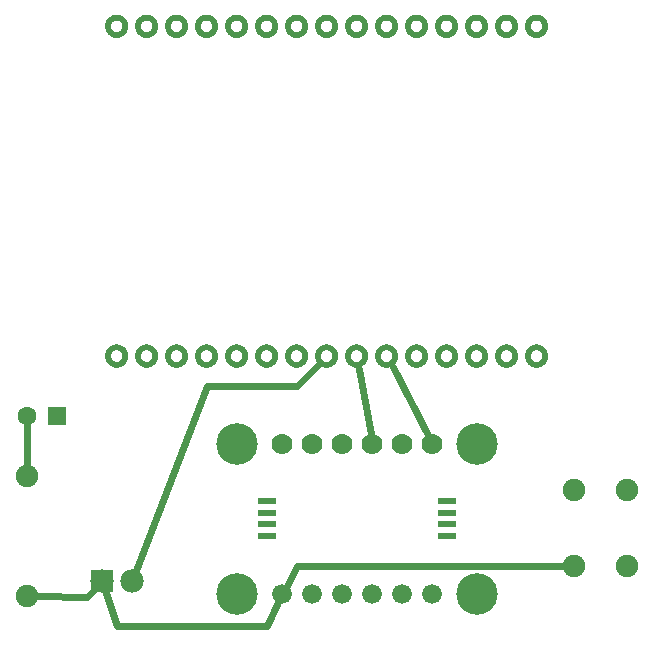
<source format=gtl>
G04 MADE WITH FRITZING*
G04 WWW.FRITZING.ORG*
G04 DOUBLE SIDED*
G04 HOLES PLATED*
G04 CONTOUR ON CENTER OF CONTOUR VECTOR*
%ASAXBY*%
%FSLAX23Y23*%
%MOIN*%
%OFA0B0*%
%SFA1.0B1.0*%
%ADD10C,0.078000*%
%ADD11C,0.138425*%
%ADD12C,0.066000*%
%ADD13C,0.070000*%
%ADD14C,0.075000*%
%ADD15C,0.062992*%
%ADD16R,0.078000X0.078000*%
%ADD17R,0.061024X0.023622*%
%ADD18R,0.062992X0.062992*%
%ADD19C,0.024000*%
%ADD20R,0.001000X0.001000*%
%LNCOPPER1*%
G90*
G70*
G54D10*
X398Y213D03*
X498Y213D03*
G54D11*
X849Y172D03*
X849Y672D03*
G54D12*
X1499Y172D03*
X1399Y172D03*
G54D11*
X1649Y172D03*
G54D12*
X1299Y172D03*
G54D11*
X1649Y672D03*
G54D12*
X1199Y172D03*
X1099Y172D03*
X999Y172D03*
G54D13*
X1499Y672D03*
X1399Y672D03*
X1299Y672D03*
X1199Y672D03*
X1099Y672D03*
X999Y672D03*
G54D14*
X148Y563D03*
X148Y163D03*
G54D15*
X247Y763D03*
X148Y763D03*
G54D14*
X1971Y263D03*
X1971Y519D03*
X2148Y263D03*
X2148Y519D03*
G54D16*
X398Y213D03*
G54D17*
X948Y481D03*
X948Y442D03*
X948Y403D03*
X948Y363D03*
X1550Y363D03*
X1550Y403D03*
X1550Y442D03*
X1550Y481D03*
G54D18*
X247Y763D03*
G54D19*
X947Y64D02*
X986Y144D01*
D02*
X449Y64D02*
X947Y64D01*
D02*
X408Y185D02*
X449Y64D01*
D02*
X349Y162D02*
X177Y163D01*
D02*
X377Y192D02*
X349Y162D01*
D02*
X1368Y926D02*
X1485Y700D01*
D02*
X1256Y922D02*
X1294Y703D01*
D02*
X748Y863D02*
X509Y241D01*
D02*
X1048Y863D02*
X748Y863D01*
D02*
X1118Y933D02*
X1048Y863D01*
D02*
X148Y736D02*
X148Y592D01*
D02*
X1048Y264D02*
X1943Y263D01*
D02*
X1014Y199D02*
X1048Y264D01*
G54D20*
X440Y2101D02*
X455Y2101D01*
X540Y2101D02*
X555Y2101D01*
X640Y2101D02*
X655Y2101D01*
X740Y2101D02*
X754Y2101D01*
X840Y2101D02*
X855Y2101D01*
X940Y2101D02*
X955Y2101D01*
X1040Y2101D02*
X1055Y2101D01*
X1140Y2101D02*
X1155Y2101D01*
X1240Y2101D02*
X1255Y2101D01*
X1340Y2101D02*
X1355Y2101D01*
X1440Y2101D02*
X1455Y2101D01*
X1540Y2101D02*
X1555Y2101D01*
X1640Y2101D02*
X1655Y2101D01*
X1740Y2101D02*
X1755Y2101D01*
X1840Y2101D02*
X1854Y2101D01*
X437Y2100D02*
X459Y2100D01*
X536Y2100D02*
X558Y2100D01*
X636Y2100D02*
X658Y2100D01*
X736Y2100D02*
X758Y2100D01*
X837Y2100D02*
X859Y2100D01*
X936Y2100D02*
X958Y2100D01*
X1036Y2100D02*
X1058Y2100D01*
X1136Y2100D02*
X1158Y2100D01*
X1236Y2100D02*
X1258Y2100D01*
X1336Y2100D02*
X1358Y2100D01*
X1436Y2100D02*
X1458Y2100D01*
X1536Y2100D02*
X1558Y2100D01*
X1636Y2100D02*
X1658Y2100D01*
X1736Y2100D02*
X1758Y2100D01*
X1836Y2100D02*
X1858Y2100D01*
X434Y2099D02*
X461Y2099D01*
X534Y2099D02*
X561Y2099D01*
X634Y2099D02*
X661Y2099D01*
X733Y2099D02*
X761Y2099D01*
X834Y2099D02*
X861Y2099D01*
X934Y2099D02*
X961Y2099D01*
X1034Y2099D02*
X1061Y2099D01*
X1134Y2099D02*
X1161Y2099D01*
X1234Y2099D02*
X1261Y2099D01*
X1334Y2099D02*
X1361Y2099D01*
X1434Y2099D02*
X1461Y2099D01*
X1534Y2099D02*
X1561Y2099D01*
X1633Y2099D02*
X1661Y2099D01*
X1733Y2099D02*
X1761Y2099D01*
X1833Y2099D02*
X1861Y2099D01*
X432Y2098D02*
X464Y2098D01*
X531Y2098D02*
X563Y2098D01*
X631Y2098D02*
X663Y2098D01*
X731Y2098D02*
X763Y2098D01*
X831Y2098D02*
X864Y2098D01*
X931Y2098D02*
X963Y2098D01*
X1031Y2098D02*
X1063Y2098D01*
X1131Y2098D02*
X1163Y2098D01*
X1231Y2098D02*
X1263Y2098D01*
X1331Y2098D02*
X1363Y2098D01*
X1431Y2098D02*
X1463Y2098D01*
X1531Y2098D02*
X1563Y2098D01*
X1631Y2098D02*
X1663Y2098D01*
X1731Y2098D02*
X1763Y2098D01*
X1831Y2098D02*
X1863Y2098D01*
X430Y2097D02*
X466Y2097D01*
X529Y2097D02*
X566Y2097D01*
X629Y2097D02*
X665Y2097D01*
X729Y2097D02*
X765Y2097D01*
X829Y2097D02*
X866Y2097D01*
X929Y2097D02*
X966Y2097D01*
X1029Y2097D02*
X1066Y2097D01*
X1129Y2097D02*
X1165Y2097D01*
X1229Y2097D02*
X1265Y2097D01*
X1329Y2097D02*
X1365Y2097D01*
X1429Y2097D02*
X1465Y2097D01*
X1529Y2097D02*
X1565Y2097D01*
X1629Y2097D02*
X1665Y2097D01*
X1729Y2097D02*
X1765Y2097D01*
X1829Y2097D02*
X1865Y2097D01*
X428Y2096D02*
X467Y2096D01*
X528Y2096D02*
X567Y2096D01*
X627Y2096D02*
X667Y2096D01*
X727Y2096D02*
X767Y2096D01*
X828Y2096D02*
X867Y2096D01*
X928Y2096D02*
X967Y2096D01*
X1028Y2096D02*
X1067Y2096D01*
X1128Y2096D02*
X1167Y2096D01*
X1228Y2096D02*
X1267Y2096D01*
X1328Y2096D02*
X1367Y2096D01*
X1427Y2096D02*
X1467Y2096D01*
X1527Y2096D02*
X1567Y2096D01*
X1627Y2096D02*
X1667Y2096D01*
X1727Y2096D02*
X1767Y2096D01*
X1827Y2096D02*
X1867Y2096D01*
X426Y2095D02*
X469Y2095D01*
X526Y2095D02*
X569Y2095D01*
X626Y2095D02*
X669Y2095D01*
X726Y2095D02*
X769Y2095D01*
X826Y2095D02*
X869Y2095D01*
X926Y2095D02*
X969Y2095D01*
X1026Y2095D02*
X1069Y2095D01*
X1126Y2095D02*
X1169Y2095D01*
X1226Y2095D02*
X1269Y2095D01*
X1326Y2095D02*
X1369Y2095D01*
X1426Y2095D02*
X1469Y2095D01*
X1526Y2095D02*
X1569Y2095D01*
X1626Y2095D02*
X1669Y2095D01*
X1726Y2095D02*
X1769Y2095D01*
X1826Y2095D02*
X1869Y2095D01*
X425Y2094D02*
X471Y2094D01*
X525Y2094D02*
X570Y2094D01*
X624Y2094D02*
X670Y2094D01*
X724Y2094D02*
X770Y2094D01*
X825Y2094D02*
X870Y2094D01*
X925Y2094D02*
X970Y2094D01*
X1025Y2094D02*
X1070Y2094D01*
X1125Y2094D02*
X1170Y2094D01*
X1225Y2094D02*
X1270Y2094D01*
X1324Y2094D02*
X1370Y2094D01*
X1424Y2094D02*
X1470Y2094D01*
X1524Y2094D02*
X1570Y2094D01*
X1624Y2094D02*
X1670Y2094D01*
X1724Y2094D02*
X1770Y2094D01*
X1824Y2094D02*
X1870Y2094D01*
X423Y2093D02*
X472Y2093D01*
X523Y2093D02*
X572Y2093D01*
X623Y2093D02*
X671Y2093D01*
X723Y2093D02*
X771Y2093D01*
X823Y2093D02*
X872Y2093D01*
X923Y2093D02*
X972Y2093D01*
X1023Y2093D02*
X1072Y2093D01*
X1123Y2093D02*
X1172Y2093D01*
X1223Y2093D02*
X1272Y2093D01*
X1323Y2093D02*
X1372Y2093D01*
X1423Y2093D02*
X1471Y2093D01*
X1523Y2093D02*
X1571Y2093D01*
X1623Y2093D02*
X1671Y2093D01*
X1723Y2093D02*
X1771Y2093D01*
X1823Y2093D02*
X1871Y2093D01*
X422Y2092D02*
X473Y2092D01*
X522Y2092D02*
X573Y2092D01*
X622Y2092D02*
X673Y2092D01*
X722Y2092D02*
X772Y2092D01*
X822Y2092D02*
X873Y2092D01*
X922Y2092D02*
X973Y2092D01*
X1022Y2092D02*
X1073Y2092D01*
X1122Y2092D02*
X1173Y2092D01*
X1222Y2092D02*
X1273Y2092D01*
X1322Y2092D02*
X1373Y2092D01*
X1422Y2092D02*
X1473Y2092D01*
X1522Y2092D02*
X1573Y2092D01*
X1622Y2092D02*
X1673Y2092D01*
X1722Y2092D02*
X1773Y2092D01*
X1822Y2092D02*
X1873Y2092D01*
X421Y2091D02*
X474Y2091D01*
X521Y2091D02*
X574Y2091D01*
X621Y2091D02*
X674Y2091D01*
X721Y2091D02*
X774Y2091D01*
X821Y2091D02*
X874Y2091D01*
X921Y2091D02*
X974Y2091D01*
X1021Y2091D02*
X1074Y2091D01*
X1121Y2091D02*
X1174Y2091D01*
X1221Y2091D02*
X1274Y2091D01*
X1321Y2091D02*
X1374Y2091D01*
X1421Y2091D02*
X1474Y2091D01*
X1521Y2091D02*
X1574Y2091D01*
X1621Y2091D02*
X1674Y2091D01*
X1721Y2091D02*
X1774Y2091D01*
X1821Y2091D02*
X1874Y2091D01*
X420Y2090D02*
X475Y2090D01*
X520Y2090D02*
X575Y2090D01*
X620Y2090D02*
X675Y2090D01*
X720Y2090D02*
X775Y2090D01*
X820Y2090D02*
X875Y2090D01*
X920Y2090D02*
X975Y2090D01*
X1020Y2090D02*
X1075Y2090D01*
X1120Y2090D02*
X1175Y2090D01*
X1220Y2090D02*
X1275Y2090D01*
X1320Y2090D02*
X1375Y2090D01*
X1420Y2090D02*
X1475Y2090D01*
X1520Y2090D02*
X1575Y2090D01*
X1620Y2090D02*
X1675Y2090D01*
X1720Y2090D02*
X1775Y2090D01*
X1820Y2090D02*
X1875Y2090D01*
X419Y2089D02*
X476Y2089D01*
X519Y2089D02*
X576Y2089D01*
X619Y2089D02*
X676Y2089D01*
X719Y2089D02*
X775Y2089D01*
X819Y2089D02*
X876Y2089D01*
X919Y2089D02*
X976Y2089D01*
X1019Y2089D02*
X1076Y2089D01*
X1119Y2089D02*
X1176Y2089D01*
X1219Y2089D02*
X1276Y2089D01*
X1319Y2089D02*
X1376Y2089D01*
X1419Y2089D02*
X1476Y2089D01*
X1519Y2089D02*
X1576Y2089D01*
X1619Y2089D02*
X1676Y2089D01*
X1719Y2089D02*
X1776Y2089D01*
X1819Y2089D02*
X1876Y2089D01*
X418Y2088D02*
X477Y2088D01*
X518Y2088D02*
X577Y2088D01*
X618Y2088D02*
X677Y2088D01*
X718Y2088D02*
X776Y2088D01*
X818Y2088D02*
X877Y2088D01*
X918Y2088D02*
X977Y2088D01*
X1018Y2088D02*
X1077Y2088D01*
X1118Y2088D02*
X1177Y2088D01*
X1218Y2088D02*
X1277Y2088D01*
X1318Y2088D02*
X1377Y2088D01*
X1418Y2088D02*
X1477Y2088D01*
X1518Y2088D02*
X1577Y2088D01*
X1618Y2088D02*
X1676Y2088D01*
X1718Y2088D02*
X1776Y2088D01*
X1818Y2088D02*
X1876Y2088D01*
X418Y2087D02*
X478Y2087D01*
X517Y2087D02*
X577Y2087D01*
X617Y2087D02*
X677Y2087D01*
X717Y2087D02*
X777Y2087D01*
X817Y2087D02*
X878Y2087D01*
X917Y2087D02*
X978Y2087D01*
X1017Y2087D02*
X1077Y2087D01*
X1117Y2087D02*
X1177Y2087D01*
X1217Y2087D02*
X1277Y2087D01*
X1317Y2087D02*
X1377Y2087D01*
X1417Y2087D02*
X1477Y2087D01*
X1517Y2087D02*
X1577Y2087D01*
X1617Y2087D02*
X1677Y2087D01*
X1717Y2087D02*
X1777Y2087D01*
X1817Y2087D02*
X1877Y2087D01*
X417Y2086D02*
X478Y2086D01*
X517Y2086D02*
X578Y2086D01*
X617Y2086D02*
X678Y2086D01*
X716Y2086D02*
X778Y2086D01*
X817Y2086D02*
X878Y2086D01*
X917Y2086D02*
X978Y2086D01*
X1017Y2086D02*
X1078Y2086D01*
X1117Y2086D02*
X1178Y2086D01*
X1217Y2086D02*
X1278Y2086D01*
X1317Y2086D02*
X1378Y2086D01*
X1417Y2086D02*
X1478Y2086D01*
X1516Y2086D02*
X1578Y2086D01*
X1616Y2086D02*
X1678Y2086D01*
X1716Y2086D02*
X1778Y2086D01*
X1816Y2086D02*
X1878Y2086D01*
X416Y2085D02*
X479Y2085D01*
X516Y2085D02*
X579Y2085D01*
X616Y2085D02*
X679Y2085D01*
X716Y2085D02*
X779Y2085D01*
X816Y2085D02*
X879Y2085D01*
X916Y2085D02*
X979Y2085D01*
X1016Y2085D02*
X1079Y2085D01*
X1116Y2085D02*
X1179Y2085D01*
X1216Y2085D02*
X1279Y2085D01*
X1316Y2085D02*
X1379Y2085D01*
X1416Y2085D02*
X1479Y2085D01*
X1516Y2085D02*
X1579Y2085D01*
X1616Y2085D02*
X1679Y2085D01*
X1716Y2085D02*
X1779Y2085D01*
X1816Y2085D02*
X1879Y2085D01*
X416Y2084D02*
X480Y2084D01*
X515Y2084D02*
X580Y2084D01*
X615Y2084D02*
X679Y2084D01*
X715Y2084D02*
X779Y2084D01*
X815Y2084D02*
X880Y2084D01*
X915Y2084D02*
X980Y2084D01*
X1015Y2084D02*
X1080Y2084D01*
X1115Y2084D02*
X1179Y2084D01*
X1215Y2084D02*
X1279Y2084D01*
X1315Y2084D02*
X1379Y2084D01*
X1415Y2084D02*
X1479Y2084D01*
X1515Y2084D02*
X1579Y2084D01*
X1615Y2084D02*
X1679Y2084D01*
X1715Y2084D02*
X1779Y2084D01*
X1815Y2084D02*
X1879Y2084D01*
X415Y2083D02*
X480Y2083D01*
X515Y2083D02*
X580Y2083D01*
X615Y2083D02*
X680Y2083D01*
X714Y2083D02*
X780Y2083D01*
X815Y2083D02*
X880Y2083D01*
X915Y2083D02*
X980Y2083D01*
X1015Y2083D02*
X1080Y2083D01*
X1115Y2083D02*
X1180Y2083D01*
X1215Y2083D02*
X1280Y2083D01*
X1315Y2083D02*
X1380Y2083D01*
X1415Y2083D02*
X1480Y2083D01*
X1515Y2083D02*
X1580Y2083D01*
X1615Y2083D02*
X1680Y2083D01*
X1714Y2083D02*
X1780Y2083D01*
X1814Y2083D02*
X1880Y2083D01*
X414Y2082D02*
X481Y2082D01*
X514Y2082D02*
X581Y2082D01*
X614Y2082D02*
X681Y2082D01*
X714Y2082D02*
X780Y2082D01*
X814Y2082D02*
X881Y2082D01*
X914Y2082D02*
X981Y2082D01*
X1014Y2082D02*
X1081Y2082D01*
X1114Y2082D02*
X1181Y2082D01*
X1214Y2082D02*
X1281Y2082D01*
X1314Y2082D02*
X1381Y2082D01*
X1414Y2082D02*
X1481Y2082D01*
X1514Y2082D02*
X1581Y2082D01*
X1614Y2082D02*
X1680Y2082D01*
X1714Y2082D02*
X1780Y2082D01*
X1814Y2082D02*
X1880Y2082D01*
X414Y2081D02*
X441Y2081D01*
X454Y2081D02*
X481Y2081D01*
X514Y2081D02*
X541Y2081D01*
X554Y2081D02*
X581Y2081D01*
X613Y2081D02*
X641Y2081D01*
X654Y2081D02*
X681Y2081D01*
X713Y2081D02*
X740Y2081D01*
X754Y2081D02*
X781Y2081D01*
X814Y2081D02*
X841Y2081D01*
X854Y2081D02*
X881Y2081D01*
X914Y2081D02*
X941Y2081D01*
X954Y2081D02*
X981Y2081D01*
X1014Y2081D02*
X1041Y2081D01*
X1054Y2081D02*
X1081Y2081D01*
X1114Y2081D02*
X1141Y2081D01*
X1154Y2081D02*
X1181Y2081D01*
X1214Y2081D02*
X1241Y2081D01*
X1254Y2081D02*
X1281Y2081D01*
X1314Y2081D02*
X1341Y2081D01*
X1354Y2081D02*
X1381Y2081D01*
X1413Y2081D02*
X1441Y2081D01*
X1454Y2081D02*
X1481Y2081D01*
X1513Y2081D02*
X1541Y2081D01*
X1554Y2081D02*
X1581Y2081D01*
X1613Y2081D02*
X1640Y2081D01*
X1654Y2081D02*
X1681Y2081D01*
X1713Y2081D02*
X1740Y2081D01*
X1754Y2081D02*
X1781Y2081D01*
X1813Y2081D02*
X1840Y2081D01*
X1854Y2081D02*
X1881Y2081D01*
X413Y2080D02*
X439Y2080D01*
X457Y2080D02*
X482Y2080D01*
X513Y2080D02*
X538Y2080D01*
X557Y2080D02*
X582Y2080D01*
X613Y2080D02*
X638Y2080D01*
X656Y2080D02*
X682Y2080D01*
X713Y2080D02*
X738Y2080D01*
X756Y2080D02*
X781Y2080D01*
X813Y2080D02*
X838Y2080D01*
X857Y2080D02*
X882Y2080D01*
X913Y2080D02*
X938Y2080D01*
X957Y2080D02*
X982Y2080D01*
X1013Y2080D02*
X1038Y2080D01*
X1057Y2080D02*
X1082Y2080D01*
X1113Y2080D02*
X1138Y2080D01*
X1156Y2080D02*
X1182Y2080D01*
X1213Y2080D02*
X1238Y2080D01*
X1256Y2080D02*
X1282Y2080D01*
X1313Y2080D02*
X1338Y2080D01*
X1356Y2080D02*
X1382Y2080D01*
X1413Y2080D02*
X1438Y2080D01*
X1456Y2080D02*
X1482Y2080D01*
X1513Y2080D02*
X1538Y2080D01*
X1556Y2080D02*
X1582Y2080D01*
X1613Y2080D02*
X1638Y2080D01*
X1656Y2080D02*
X1681Y2080D01*
X1713Y2080D02*
X1738Y2080D01*
X1756Y2080D02*
X1781Y2080D01*
X1813Y2080D02*
X1838Y2080D01*
X1856Y2080D02*
X1881Y2080D01*
X413Y2079D02*
X437Y2079D01*
X458Y2079D02*
X482Y2079D01*
X513Y2079D02*
X537Y2079D01*
X558Y2079D02*
X582Y2079D01*
X613Y2079D02*
X636Y2079D01*
X658Y2079D02*
X682Y2079D01*
X712Y2079D02*
X736Y2079D01*
X758Y2079D02*
X782Y2079D01*
X813Y2079D02*
X837Y2079D01*
X858Y2079D02*
X882Y2079D01*
X913Y2079D02*
X937Y2079D01*
X958Y2079D02*
X982Y2079D01*
X1013Y2079D02*
X1037Y2079D01*
X1058Y2079D02*
X1082Y2079D01*
X1113Y2079D02*
X1137Y2079D01*
X1158Y2079D02*
X1182Y2079D01*
X1213Y2079D02*
X1237Y2079D01*
X1258Y2079D02*
X1282Y2079D01*
X1313Y2079D02*
X1336Y2079D01*
X1358Y2079D02*
X1382Y2079D01*
X1413Y2079D02*
X1436Y2079D01*
X1458Y2079D02*
X1482Y2079D01*
X1512Y2079D02*
X1536Y2079D01*
X1558Y2079D02*
X1582Y2079D01*
X1612Y2079D02*
X1636Y2079D01*
X1658Y2079D02*
X1682Y2079D01*
X1712Y2079D02*
X1736Y2079D01*
X1758Y2079D02*
X1782Y2079D01*
X1812Y2079D02*
X1836Y2079D01*
X1858Y2079D02*
X1882Y2079D01*
X412Y2078D02*
X436Y2078D01*
X460Y2078D02*
X483Y2078D01*
X512Y2078D02*
X535Y2078D01*
X560Y2078D02*
X583Y2078D01*
X612Y2078D02*
X635Y2078D01*
X659Y2078D02*
X682Y2078D01*
X712Y2078D02*
X735Y2078D01*
X759Y2078D02*
X782Y2078D01*
X812Y2078D02*
X835Y2078D01*
X860Y2078D02*
X883Y2078D01*
X912Y2078D02*
X935Y2078D01*
X960Y2078D02*
X983Y2078D01*
X1012Y2078D02*
X1035Y2078D01*
X1060Y2078D02*
X1083Y2078D01*
X1112Y2078D02*
X1135Y2078D01*
X1159Y2078D02*
X1183Y2078D01*
X1212Y2078D02*
X1235Y2078D01*
X1259Y2078D02*
X1283Y2078D01*
X1312Y2078D02*
X1335Y2078D01*
X1359Y2078D02*
X1383Y2078D01*
X1412Y2078D02*
X1435Y2078D01*
X1459Y2078D02*
X1482Y2078D01*
X1512Y2078D02*
X1535Y2078D01*
X1559Y2078D02*
X1582Y2078D01*
X1612Y2078D02*
X1635Y2078D01*
X1659Y2078D02*
X1682Y2078D01*
X1712Y2078D02*
X1735Y2078D01*
X1759Y2078D02*
X1782Y2078D01*
X1812Y2078D02*
X1835Y2078D01*
X1859Y2078D02*
X1882Y2078D01*
X412Y2077D02*
X434Y2077D01*
X461Y2077D02*
X483Y2077D01*
X512Y2077D02*
X534Y2077D01*
X561Y2077D02*
X583Y2077D01*
X612Y2077D02*
X634Y2077D01*
X660Y2077D02*
X683Y2077D01*
X711Y2077D02*
X734Y2077D01*
X760Y2077D02*
X783Y2077D01*
X812Y2077D02*
X834Y2077D01*
X861Y2077D02*
X883Y2077D01*
X912Y2077D02*
X934Y2077D01*
X961Y2077D02*
X983Y2077D01*
X1012Y2077D02*
X1034Y2077D01*
X1061Y2077D02*
X1083Y2077D01*
X1112Y2077D02*
X1134Y2077D01*
X1161Y2077D02*
X1183Y2077D01*
X1212Y2077D02*
X1234Y2077D01*
X1261Y2077D02*
X1283Y2077D01*
X1312Y2077D02*
X1334Y2077D01*
X1361Y2077D02*
X1383Y2077D01*
X1412Y2077D02*
X1434Y2077D01*
X1461Y2077D02*
X1483Y2077D01*
X1512Y2077D02*
X1534Y2077D01*
X1560Y2077D02*
X1583Y2077D01*
X1612Y2077D02*
X1634Y2077D01*
X1660Y2077D02*
X1683Y2077D01*
X1712Y2077D02*
X1734Y2077D01*
X1760Y2077D02*
X1783Y2077D01*
X1812Y2077D02*
X1834Y2077D01*
X1860Y2077D02*
X1883Y2077D01*
X412Y2076D02*
X433Y2076D01*
X462Y2076D02*
X484Y2076D01*
X511Y2076D02*
X533Y2076D01*
X562Y2076D02*
X583Y2076D01*
X611Y2076D02*
X633Y2076D01*
X662Y2076D02*
X683Y2076D01*
X711Y2076D02*
X733Y2076D01*
X761Y2076D02*
X783Y2076D01*
X812Y2076D02*
X833Y2076D01*
X862Y2076D02*
X883Y2076D01*
X912Y2076D02*
X933Y2076D01*
X962Y2076D02*
X983Y2076D01*
X1011Y2076D02*
X1033Y2076D01*
X1062Y2076D02*
X1083Y2076D01*
X1111Y2076D02*
X1133Y2076D01*
X1162Y2076D02*
X1183Y2076D01*
X1211Y2076D02*
X1233Y2076D01*
X1262Y2076D02*
X1283Y2076D01*
X1311Y2076D02*
X1333Y2076D01*
X1362Y2076D02*
X1383Y2076D01*
X1411Y2076D02*
X1433Y2076D01*
X1462Y2076D02*
X1483Y2076D01*
X1511Y2076D02*
X1533Y2076D01*
X1562Y2076D02*
X1583Y2076D01*
X1611Y2076D02*
X1633Y2076D01*
X1661Y2076D02*
X1683Y2076D01*
X1711Y2076D02*
X1733Y2076D01*
X1761Y2076D02*
X1783Y2076D01*
X1811Y2076D02*
X1833Y2076D01*
X1861Y2076D02*
X1883Y2076D01*
X411Y2075D02*
X433Y2075D01*
X463Y2075D02*
X484Y2075D01*
X511Y2075D02*
X532Y2075D01*
X563Y2075D02*
X584Y2075D01*
X611Y2075D02*
X632Y2075D01*
X662Y2075D02*
X684Y2075D01*
X711Y2075D02*
X732Y2075D01*
X762Y2075D02*
X783Y2075D01*
X811Y2075D02*
X832Y2075D01*
X863Y2075D02*
X884Y2075D01*
X911Y2075D02*
X932Y2075D01*
X963Y2075D02*
X984Y2075D01*
X1011Y2075D02*
X1032Y2075D01*
X1063Y2075D02*
X1084Y2075D01*
X1111Y2075D02*
X1132Y2075D01*
X1163Y2075D02*
X1184Y2075D01*
X1211Y2075D02*
X1232Y2075D01*
X1262Y2075D02*
X1284Y2075D01*
X1311Y2075D02*
X1332Y2075D01*
X1362Y2075D02*
X1384Y2075D01*
X1411Y2075D02*
X1432Y2075D01*
X1462Y2075D02*
X1484Y2075D01*
X1511Y2075D02*
X1532Y2075D01*
X1562Y2075D02*
X1584Y2075D01*
X1611Y2075D02*
X1632Y2075D01*
X1662Y2075D02*
X1684Y2075D01*
X1711Y2075D02*
X1732Y2075D01*
X1762Y2075D02*
X1784Y2075D01*
X1811Y2075D02*
X1832Y2075D01*
X1862Y2075D02*
X1883Y2075D01*
X411Y2074D02*
X432Y2074D01*
X464Y2074D02*
X484Y2074D01*
X511Y2074D02*
X531Y2074D01*
X563Y2074D02*
X584Y2074D01*
X611Y2074D02*
X631Y2074D01*
X663Y2074D02*
X684Y2074D01*
X710Y2074D02*
X731Y2074D01*
X763Y2074D02*
X784Y2074D01*
X811Y2074D02*
X832Y2074D01*
X864Y2074D02*
X884Y2074D01*
X911Y2074D02*
X931Y2074D01*
X963Y2074D02*
X984Y2074D01*
X1011Y2074D02*
X1031Y2074D01*
X1063Y2074D02*
X1084Y2074D01*
X1111Y2074D02*
X1131Y2074D01*
X1163Y2074D02*
X1184Y2074D01*
X1211Y2074D02*
X1231Y2074D01*
X1263Y2074D02*
X1284Y2074D01*
X1311Y2074D02*
X1331Y2074D01*
X1363Y2074D02*
X1384Y2074D01*
X1411Y2074D02*
X1431Y2074D01*
X1463Y2074D02*
X1484Y2074D01*
X1511Y2074D02*
X1531Y2074D01*
X1563Y2074D02*
X1584Y2074D01*
X1611Y2074D02*
X1631Y2074D01*
X1663Y2074D02*
X1684Y2074D01*
X1711Y2074D02*
X1731Y2074D01*
X1763Y2074D02*
X1784Y2074D01*
X1810Y2074D02*
X1831Y2074D01*
X1863Y2074D02*
X1884Y2074D01*
X411Y2073D02*
X431Y2073D01*
X464Y2073D02*
X485Y2073D01*
X511Y2073D02*
X531Y2073D01*
X564Y2073D02*
X584Y2073D01*
X610Y2073D02*
X631Y2073D01*
X664Y2073D02*
X684Y2073D01*
X710Y2073D02*
X730Y2073D01*
X764Y2073D02*
X784Y2073D01*
X811Y2073D02*
X831Y2073D01*
X864Y2073D02*
X884Y2073D01*
X911Y2073D02*
X931Y2073D01*
X964Y2073D02*
X984Y2073D01*
X1011Y2073D02*
X1031Y2073D01*
X1064Y2073D02*
X1084Y2073D01*
X1110Y2073D02*
X1131Y2073D01*
X1164Y2073D02*
X1184Y2073D01*
X1210Y2073D02*
X1231Y2073D01*
X1264Y2073D02*
X1284Y2073D01*
X1310Y2073D02*
X1331Y2073D01*
X1364Y2073D02*
X1384Y2073D01*
X1410Y2073D02*
X1431Y2073D01*
X1464Y2073D02*
X1484Y2073D01*
X1510Y2073D02*
X1531Y2073D01*
X1564Y2073D02*
X1584Y2073D01*
X1610Y2073D02*
X1630Y2073D01*
X1664Y2073D02*
X1684Y2073D01*
X1710Y2073D02*
X1730Y2073D01*
X1764Y2073D02*
X1784Y2073D01*
X1810Y2073D02*
X1830Y2073D01*
X1864Y2073D02*
X1884Y2073D01*
X410Y2072D02*
X430Y2072D01*
X465Y2072D02*
X485Y2072D01*
X510Y2072D02*
X530Y2072D01*
X565Y2072D02*
X585Y2072D01*
X610Y2072D02*
X630Y2072D01*
X665Y2072D02*
X684Y2072D01*
X710Y2072D02*
X730Y2072D01*
X764Y2072D02*
X784Y2072D01*
X810Y2072D02*
X830Y2072D01*
X865Y2072D02*
X885Y2072D01*
X910Y2072D02*
X930Y2072D01*
X965Y2072D02*
X985Y2072D01*
X1010Y2072D02*
X1030Y2072D01*
X1065Y2072D02*
X1085Y2072D01*
X1110Y2072D02*
X1130Y2072D01*
X1165Y2072D02*
X1185Y2072D01*
X1210Y2072D02*
X1230Y2072D01*
X1265Y2072D02*
X1285Y2072D01*
X1310Y2072D02*
X1330Y2072D01*
X1365Y2072D02*
X1385Y2072D01*
X1410Y2072D02*
X1430Y2072D01*
X1465Y2072D02*
X1484Y2072D01*
X1510Y2072D02*
X1530Y2072D01*
X1565Y2072D02*
X1584Y2072D01*
X1610Y2072D02*
X1630Y2072D01*
X1664Y2072D02*
X1684Y2072D01*
X1710Y2072D02*
X1730Y2072D01*
X1764Y2072D02*
X1784Y2072D01*
X1810Y2072D02*
X1830Y2072D01*
X1864Y2072D02*
X1884Y2072D01*
X410Y2071D02*
X430Y2071D01*
X466Y2071D02*
X485Y2071D01*
X510Y2071D02*
X530Y2071D01*
X565Y2071D02*
X585Y2071D01*
X610Y2071D02*
X629Y2071D01*
X665Y2071D02*
X685Y2071D01*
X710Y2071D02*
X729Y2071D01*
X765Y2071D02*
X785Y2071D01*
X810Y2071D02*
X830Y2071D01*
X865Y2071D02*
X885Y2071D01*
X910Y2071D02*
X930Y2071D01*
X965Y2071D02*
X985Y2071D01*
X1010Y2071D02*
X1030Y2071D01*
X1065Y2071D02*
X1085Y2071D01*
X1110Y2071D02*
X1130Y2071D01*
X1165Y2071D02*
X1185Y2071D01*
X1210Y2071D02*
X1230Y2071D01*
X1265Y2071D02*
X1285Y2071D01*
X1310Y2071D02*
X1329Y2071D01*
X1365Y2071D02*
X1385Y2071D01*
X1410Y2071D02*
X1429Y2071D01*
X1465Y2071D02*
X1485Y2071D01*
X1510Y2071D02*
X1529Y2071D01*
X1565Y2071D02*
X1585Y2071D01*
X1610Y2071D02*
X1629Y2071D01*
X1665Y2071D02*
X1685Y2071D01*
X1710Y2071D02*
X1729Y2071D01*
X1765Y2071D02*
X1785Y2071D01*
X1810Y2071D02*
X1829Y2071D01*
X1865Y2071D02*
X1885Y2071D01*
X410Y2070D02*
X429Y2070D01*
X466Y2070D02*
X485Y2070D01*
X510Y2070D02*
X529Y2070D01*
X566Y2070D02*
X585Y2070D01*
X610Y2070D02*
X629Y2070D01*
X666Y2070D02*
X685Y2070D01*
X709Y2070D02*
X729Y2070D01*
X765Y2070D02*
X785Y2070D01*
X810Y2070D02*
X829Y2070D01*
X866Y2070D02*
X885Y2070D01*
X910Y2070D02*
X929Y2070D01*
X966Y2070D02*
X985Y2070D01*
X1010Y2070D02*
X1029Y2070D01*
X1066Y2070D02*
X1085Y2070D01*
X1110Y2070D02*
X1129Y2070D01*
X1166Y2070D02*
X1185Y2070D01*
X1210Y2070D02*
X1229Y2070D01*
X1266Y2070D02*
X1285Y2070D01*
X1310Y2070D02*
X1329Y2070D01*
X1366Y2070D02*
X1385Y2070D01*
X1410Y2070D02*
X1429Y2070D01*
X1466Y2070D02*
X1485Y2070D01*
X1510Y2070D02*
X1529Y2070D01*
X1566Y2070D02*
X1585Y2070D01*
X1610Y2070D02*
X1629Y2070D01*
X1666Y2070D02*
X1685Y2070D01*
X1710Y2070D02*
X1729Y2070D01*
X1765Y2070D02*
X1785Y2070D01*
X1809Y2070D02*
X1829Y2070D01*
X1865Y2070D02*
X1885Y2070D01*
X410Y2069D02*
X429Y2069D01*
X466Y2069D02*
X486Y2069D01*
X510Y2069D02*
X529Y2069D01*
X566Y2069D02*
X585Y2069D01*
X609Y2069D02*
X629Y2069D01*
X666Y2069D02*
X685Y2069D01*
X709Y2069D02*
X729Y2069D01*
X766Y2069D02*
X785Y2069D01*
X810Y2069D02*
X829Y2069D01*
X866Y2069D02*
X885Y2069D01*
X910Y2069D02*
X929Y2069D01*
X966Y2069D02*
X985Y2069D01*
X1010Y2069D02*
X1029Y2069D01*
X1066Y2069D02*
X1085Y2069D01*
X1110Y2069D02*
X1129Y2069D01*
X1166Y2069D02*
X1185Y2069D01*
X1210Y2069D02*
X1229Y2069D01*
X1266Y2069D02*
X1285Y2069D01*
X1309Y2069D02*
X1329Y2069D01*
X1366Y2069D02*
X1385Y2069D01*
X1409Y2069D02*
X1429Y2069D01*
X1466Y2069D02*
X1485Y2069D01*
X1509Y2069D02*
X1529Y2069D01*
X1566Y2069D02*
X1585Y2069D01*
X1609Y2069D02*
X1629Y2069D01*
X1666Y2069D02*
X1685Y2069D01*
X1709Y2069D02*
X1729Y2069D01*
X1766Y2069D02*
X1785Y2069D01*
X1809Y2069D02*
X1829Y2069D01*
X1866Y2069D02*
X1885Y2069D01*
X410Y2068D02*
X429Y2068D01*
X467Y2068D02*
X486Y2068D01*
X509Y2068D02*
X529Y2068D01*
X566Y2068D02*
X585Y2068D01*
X609Y2068D02*
X628Y2068D01*
X666Y2068D02*
X685Y2068D01*
X709Y2068D02*
X728Y2068D01*
X766Y2068D02*
X785Y2068D01*
X810Y2068D02*
X829Y2068D01*
X866Y2068D02*
X886Y2068D01*
X909Y2068D02*
X929Y2068D01*
X966Y2068D02*
X985Y2068D01*
X1009Y2068D02*
X1029Y2068D01*
X1066Y2068D02*
X1085Y2068D01*
X1109Y2068D02*
X1129Y2068D01*
X1166Y2068D02*
X1185Y2068D01*
X1209Y2068D02*
X1228Y2068D01*
X1266Y2068D02*
X1285Y2068D01*
X1309Y2068D02*
X1328Y2068D01*
X1366Y2068D02*
X1385Y2068D01*
X1409Y2068D02*
X1428Y2068D01*
X1466Y2068D02*
X1485Y2068D01*
X1509Y2068D02*
X1528Y2068D01*
X1566Y2068D02*
X1585Y2068D01*
X1609Y2068D02*
X1628Y2068D01*
X1666Y2068D02*
X1685Y2068D01*
X1709Y2068D02*
X1728Y2068D01*
X1766Y2068D02*
X1785Y2068D01*
X1809Y2068D02*
X1828Y2068D01*
X1866Y2068D02*
X1885Y2068D01*
X409Y2067D02*
X429Y2067D01*
X467Y2067D02*
X486Y2067D01*
X509Y2067D02*
X528Y2067D01*
X567Y2067D02*
X586Y2067D01*
X609Y2067D02*
X628Y2067D01*
X666Y2067D02*
X685Y2067D01*
X709Y2067D02*
X728Y2067D01*
X766Y2067D02*
X785Y2067D01*
X809Y2067D02*
X828Y2067D01*
X867Y2067D02*
X886Y2067D01*
X909Y2067D02*
X928Y2067D01*
X967Y2067D02*
X986Y2067D01*
X1009Y2067D02*
X1028Y2067D01*
X1067Y2067D02*
X1086Y2067D01*
X1109Y2067D02*
X1128Y2067D01*
X1167Y2067D02*
X1186Y2067D01*
X1209Y2067D02*
X1228Y2067D01*
X1266Y2067D02*
X1286Y2067D01*
X1309Y2067D02*
X1328Y2067D01*
X1366Y2067D02*
X1385Y2067D01*
X1409Y2067D02*
X1428Y2067D01*
X1466Y2067D02*
X1485Y2067D01*
X1509Y2067D02*
X1528Y2067D01*
X1566Y2067D02*
X1585Y2067D01*
X1609Y2067D02*
X1628Y2067D01*
X1666Y2067D02*
X1685Y2067D01*
X1709Y2067D02*
X1728Y2067D01*
X1766Y2067D02*
X1785Y2067D01*
X1809Y2067D02*
X1828Y2067D01*
X1866Y2067D02*
X1885Y2067D01*
X409Y2066D02*
X428Y2066D01*
X467Y2066D02*
X486Y2066D01*
X509Y2066D02*
X528Y2066D01*
X567Y2066D02*
X586Y2066D01*
X609Y2066D02*
X628Y2066D01*
X667Y2066D02*
X686Y2066D01*
X709Y2066D02*
X728Y2066D01*
X766Y2066D02*
X785Y2066D01*
X809Y2066D02*
X828Y2066D01*
X867Y2066D02*
X886Y2066D01*
X909Y2066D02*
X928Y2066D01*
X967Y2066D02*
X986Y2066D01*
X1009Y2066D02*
X1028Y2066D01*
X1067Y2066D02*
X1086Y2066D01*
X1109Y2066D02*
X1128Y2066D01*
X1167Y2066D02*
X1186Y2066D01*
X1209Y2066D02*
X1228Y2066D01*
X1267Y2066D02*
X1286Y2066D01*
X1309Y2066D02*
X1328Y2066D01*
X1367Y2066D02*
X1386Y2066D01*
X1409Y2066D02*
X1428Y2066D01*
X1467Y2066D02*
X1486Y2066D01*
X1509Y2066D02*
X1528Y2066D01*
X1566Y2066D02*
X1586Y2066D01*
X1609Y2066D02*
X1628Y2066D01*
X1666Y2066D02*
X1685Y2066D01*
X1709Y2066D02*
X1728Y2066D01*
X1766Y2066D02*
X1785Y2066D01*
X1809Y2066D02*
X1828Y2066D01*
X1866Y2066D02*
X1885Y2066D01*
X409Y2065D02*
X428Y2065D01*
X467Y2065D02*
X486Y2065D01*
X509Y2065D02*
X528Y2065D01*
X567Y2065D02*
X586Y2065D01*
X609Y2065D02*
X628Y2065D01*
X667Y2065D02*
X686Y2065D01*
X709Y2065D02*
X728Y2065D01*
X766Y2065D02*
X785Y2065D01*
X809Y2065D02*
X828Y2065D01*
X867Y2065D02*
X886Y2065D01*
X909Y2065D02*
X928Y2065D01*
X967Y2065D02*
X986Y2065D01*
X1009Y2065D02*
X1028Y2065D01*
X1067Y2065D02*
X1086Y2065D01*
X1109Y2065D02*
X1128Y2065D01*
X1167Y2065D02*
X1186Y2065D01*
X1209Y2065D02*
X1228Y2065D01*
X1267Y2065D02*
X1286Y2065D01*
X1309Y2065D02*
X1328Y2065D01*
X1367Y2065D02*
X1386Y2065D01*
X1409Y2065D02*
X1428Y2065D01*
X1467Y2065D02*
X1486Y2065D01*
X1509Y2065D02*
X1528Y2065D01*
X1567Y2065D02*
X1586Y2065D01*
X1609Y2065D02*
X1628Y2065D01*
X1667Y2065D02*
X1686Y2065D01*
X1709Y2065D02*
X1728Y2065D01*
X1766Y2065D02*
X1785Y2065D01*
X1809Y2065D02*
X1828Y2065D01*
X1866Y2065D02*
X1885Y2065D01*
X409Y2064D02*
X428Y2064D01*
X467Y2064D02*
X486Y2064D01*
X509Y2064D02*
X528Y2064D01*
X567Y2064D02*
X586Y2064D01*
X609Y2064D02*
X628Y2064D01*
X667Y2064D02*
X686Y2064D01*
X709Y2064D02*
X728Y2064D01*
X766Y2064D02*
X785Y2064D01*
X809Y2064D02*
X828Y2064D01*
X867Y2064D02*
X886Y2064D01*
X909Y2064D02*
X928Y2064D01*
X967Y2064D02*
X986Y2064D01*
X1009Y2064D02*
X1028Y2064D01*
X1067Y2064D02*
X1086Y2064D01*
X1109Y2064D02*
X1128Y2064D01*
X1167Y2064D02*
X1186Y2064D01*
X1209Y2064D02*
X1228Y2064D01*
X1267Y2064D02*
X1286Y2064D01*
X1309Y2064D02*
X1328Y2064D01*
X1367Y2064D02*
X1386Y2064D01*
X1409Y2064D02*
X1428Y2064D01*
X1467Y2064D02*
X1486Y2064D01*
X1509Y2064D02*
X1528Y2064D01*
X1567Y2064D02*
X1586Y2064D01*
X1609Y2064D02*
X1628Y2064D01*
X1667Y2064D02*
X1686Y2064D01*
X1709Y2064D02*
X1728Y2064D01*
X1767Y2064D02*
X1786Y2064D01*
X1809Y2064D02*
X1828Y2064D01*
X1867Y2064D02*
X1886Y2064D01*
X409Y2063D02*
X428Y2063D01*
X467Y2063D02*
X486Y2063D01*
X509Y2063D02*
X528Y2063D01*
X567Y2063D02*
X586Y2063D01*
X609Y2063D02*
X628Y2063D01*
X667Y2063D02*
X686Y2063D01*
X709Y2063D02*
X728Y2063D01*
X767Y2063D02*
X785Y2063D01*
X809Y2063D02*
X828Y2063D01*
X867Y2063D02*
X886Y2063D01*
X909Y2063D02*
X928Y2063D01*
X967Y2063D02*
X986Y2063D01*
X1009Y2063D02*
X1028Y2063D01*
X1067Y2063D02*
X1086Y2063D01*
X1109Y2063D02*
X1128Y2063D01*
X1167Y2063D02*
X1186Y2063D01*
X1209Y2063D02*
X1228Y2063D01*
X1267Y2063D02*
X1286Y2063D01*
X1309Y2063D02*
X1328Y2063D01*
X1367Y2063D02*
X1386Y2063D01*
X1409Y2063D02*
X1428Y2063D01*
X1467Y2063D02*
X1486Y2063D01*
X1509Y2063D02*
X1528Y2063D01*
X1567Y2063D02*
X1586Y2063D01*
X1609Y2063D02*
X1628Y2063D01*
X1667Y2063D02*
X1686Y2063D01*
X1709Y2063D02*
X1728Y2063D01*
X1767Y2063D02*
X1786Y2063D01*
X1809Y2063D02*
X1828Y2063D01*
X1867Y2063D02*
X1886Y2063D01*
X409Y2062D02*
X428Y2062D01*
X467Y2062D02*
X486Y2062D01*
X509Y2062D02*
X528Y2062D01*
X567Y2062D02*
X586Y2062D01*
X609Y2062D02*
X628Y2062D01*
X667Y2062D02*
X686Y2062D01*
X709Y2062D02*
X728Y2062D01*
X766Y2062D02*
X785Y2062D01*
X809Y2062D02*
X828Y2062D01*
X867Y2062D02*
X886Y2062D01*
X909Y2062D02*
X928Y2062D01*
X967Y2062D02*
X986Y2062D01*
X1009Y2062D02*
X1028Y2062D01*
X1067Y2062D02*
X1086Y2062D01*
X1109Y2062D02*
X1128Y2062D01*
X1167Y2062D02*
X1186Y2062D01*
X1209Y2062D02*
X1228Y2062D01*
X1267Y2062D02*
X1286Y2062D01*
X1309Y2062D02*
X1328Y2062D01*
X1367Y2062D02*
X1386Y2062D01*
X1409Y2062D02*
X1428Y2062D01*
X1467Y2062D02*
X1486Y2062D01*
X1509Y2062D02*
X1528Y2062D01*
X1567Y2062D02*
X1586Y2062D01*
X1609Y2062D02*
X1628Y2062D01*
X1667Y2062D02*
X1686Y2062D01*
X1709Y2062D02*
X1728Y2062D01*
X1767Y2062D02*
X1786Y2062D01*
X1809Y2062D02*
X1828Y2062D01*
X1867Y2062D02*
X1886Y2062D01*
X409Y2061D02*
X428Y2061D01*
X467Y2061D02*
X486Y2061D01*
X509Y2061D02*
X528Y2061D01*
X567Y2061D02*
X586Y2061D01*
X609Y2061D02*
X628Y2061D01*
X667Y2061D02*
X686Y2061D01*
X709Y2061D02*
X728Y2061D01*
X766Y2061D02*
X785Y2061D01*
X809Y2061D02*
X828Y2061D01*
X867Y2061D02*
X886Y2061D01*
X909Y2061D02*
X928Y2061D01*
X967Y2061D02*
X986Y2061D01*
X1009Y2061D02*
X1028Y2061D01*
X1067Y2061D02*
X1086Y2061D01*
X1109Y2061D02*
X1128Y2061D01*
X1167Y2061D02*
X1186Y2061D01*
X1209Y2061D02*
X1228Y2061D01*
X1267Y2061D02*
X1286Y2061D01*
X1309Y2061D02*
X1328Y2061D01*
X1367Y2061D02*
X1386Y2061D01*
X1409Y2061D02*
X1428Y2061D01*
X1467Y2061D02*
X1486Y2061D01*
X1509Y2061D02*
X1528Y2061D01*
X1567Y2061D02*
X1586Y2061D01*
X1609Y2061D02*
X1628Y2061D01*
X1667Y2061D02*
X1686Y2061D01*
X1709Y2061D02*
X1728Y2061D01*
X1766Y2061D02*
X1785Y2061D01*
X1809Y2061D02*
X1828Y2061D01*
X1866Y2061D02*
X1885Y2061D01*
X409Y2060D02*
X428Y2060D01*
X467Y2060D02*
X486Y2060D01*
X509Y2060D02*
X528Y2060D01*
X567Y2060D02*
X586Y2060D01*
X609Y2060D02*
X628Y2060D01*
X667Y2060D02*
X686Y2060D01*
X709Y2060D02*
X728Y2060D01*
X766Y2060D02*
X785Y2060D01*
X809Y2060D02*
X828Y2060D01*
X867Y2060D02*
X886Y2060D01*
X909Y2060D02*
X928Y2060D01*
X967Y2060D02*
X986Y2060D01*
X1009Y2060D02*
X1028Y2060D01*
X1067Y2060D02*
X1086Y2060D01*
X1109Y2060D02*
X1128Y2060D01*
X1167Y2060D02*
X1186Y2060D01*
X1209Y2060D02*
X1228Y2060D01*
X1267Y2060D02*
X1286Y2060D01*
X1309Y2060D02*
X1328Y2060D01*
X1367Y2060D02*
X1386Y2060D01*
X1409Y2060D02*
X1428Y2060D01*
X1467Y2060D02*
X1486Y2060D01*
X1509Y2060D02*
X1528Y2060D01*
X1566Y2060D02*
X1585Y2060D01*
X1609Y2060D02*
X1628Y2060D01*
X1666Y2060D02*
X1685Y2060D01*
X1709Y2060D02*
X1728Y2060D01*
X1766Y2060D02*
X1785Y2060D01*
X1809Y2060D02*
X1828Y2060D01*
X1866Y2060D02*
X1885Y2060D01*
X409Y2059D02*
X429Y2059D01*
X467Y2059D02*
X486Y2059D01*
X509Y2059D02*
X528Y2059D01*
X567Y2059D02*
X586Y2059D01*
X609Y2059D02*
X628Y2059D01*
X666Y2059D02*
X685Y2059D01*
X709Y2059D02*
X728Y2059D01*
X766Y2059D02*
X785Y2059D01*
X809Y2059D02*
X828Y2059D01*
X867Y2059D02*
X886Y2059D01*
X909Y2059D02*
X928Y2059D01*
X967Y2059D02*
X986Y2059D01*
X1009Y2059D02*
X1028Y2059D01*
X1067Y2059D02*
X1086Y2059D01*
X1109Y2059D02*
X1128Y2059D01*
X1167Y2059D02*
X1186Y2059D01*
X1209Y2059D02*
X1228Y2059D01*
X1266Y2059D02*
X1286Y2059D01*
X1309Y2059D02*
X1328Y2059D01*
X1366Y2059D02*
X1385Y2059D01*
X1409Y2059D02*
X1428Y2059D01*
X1466Y2059D02*
X1485Y2059D01*
X1509Y2059D02*
X1528Y2059D01*
X1566Y2059D02*
X1585Y2059D01*
X1609Y2059D02*
X1628Y2059D01*
X1666Y2059D02*
X1685Y2059D01*
X1709Y2059D02*
X1728Y2059D01*
X1766Y2059D02*
X1785Y2059D01*
X1809Y2059D02*
X1828Y2059D01*
X1866Y2059D02*
X1885Y2059D01*
X410Y2058D02*
X429Y2058D01*
X467Y2058D02*
X486Y2058D01*
X509Y2058D02*
X529Y2058D01*
X566Y2058D02*
X585Y2058D01*
X609Y2058D02*
X628Y2058D01*
X666Y2058D02*
X685Y2058D01*
X709Y2058D02*
X728Y2058D01*
X766Y2058D02*
X785Y2058D01*
X810Y2058D02*
X829Y2058D01*
X866Y2058D02*
X886Y2058D01*
X909Y2058D02*
X929Y2058D01*
X966Y2058D02*
X985Y2058D01*
X1009Y2058D02*
X1029Y2058D01*
X1066Y2058D02*
X1085Y2058D01*
X1109Y2058D02*
X1129Y2058D01*
X1166Y2058D02*
X1185Y2058D01*
X1209Y2058D02*
X1228Y2058D01*
X1266Y2058D02*
X1285Y2058D01*
X1309Y2058D02*
X1328Y2058D01*
X1366Y2058D02*
X1385Y2058D01*
X1409Y2058D02*
X1428Y2058D01*
X1466Y2058D02*
X1485Y2058D01*
X1509Y2058D02*
X1528Y2058D01*
X1566Y2058D02*
X1585Y2058D01*
X1609Y2058D02*
X1628Y2058D01*
X1666Y2058D02*
X1685Y2058D01*
X1709Y2058D02*
X1728Y2058D01*
X1766Y2058D02*
X1785Y2058D01*
X1809Y2058D02*
X1828Y2058D01*
X1866Y2058D02*
X1885Y2058D01*
X410Y2057D02*
X429Y2057D01*
X466Y2057D02*
X485Y2057D01*
X510Y2057D02*
X529Y2057D01*
X566Y2057D02*
X585Y2057D01*
X609Y2057D02*
X629Y2057D01*
X666Y2057D02*
X685Y2057D01*
X709Y2057D02*
X729Y2057D01*
X766Y2057D02*
X785Y2057D01*
X810Y2057D02*
X829Y2057D01*
X866Y2057D02*
X885Y2057D01*
X910Y2057D02*
X929Y2057D01*
X966Y2057D02*
X985Y2057D01*
X1010Y2057D02*
X1029Y2057D01*
X1066Y2057D02*
X1085Y2057D01*
X1110Y2057D02*
X1129Y2057D01*
X1166Y2057D02*
X1185Y2057D01*
X1210Y2057D02*
X1229Y2057D01*
X1266Y2057D02*
X1285Y2057D01*
X1309Y2057D02*
X1329Y2057D01*
X1366Y2057D02*
X1385Y2057D01*
X1409Y2057D02*
X1429Y2057D01*
X1466Y2057D02*
X1485Y2057D01*
X1509Y2057D02*
X1529Y2057D01*
X1566Y2057D02*
X1585Y2057D01*
X1609Y2057D02*
X1629Y2057D01*
X1666Y2057D02*
X1685Y2057D01*
X1709Y2057D02*
X1729Y2057D01*
X1766Y2057D02*
X1785Y2057D01*
X1809Y2057D02*
X1829Y2057D01*
X1866Y2057D02*
X1885Y2057D01*
X410Y2056D02*
X429Y2056D01*
X466Y2056D02*
X485Y2056D01*
X510Y2056D02*
X529Y2056D01*
X566Y2056D02*
X585Y2056D01*
X610Y2056D02*
X629Y2056D01*
X666Y2056D02*
X685Y2056D01*
X709Y2056D02*
X729Y2056D01*
X765Y2056D02*
X785Y2056D01*
X810Y2056D02*
X829Y2056D01*
X866Y2056D02*
X885Y2056D01*
X910Y2056D02*
X929Y2056D01*
X966Y2056D02*
X985Y2056D01*
X1010Y2056D02*
X1029Y2056D01*
X1066Y2056D02*
X1085Y2056D01*
X1110Y2056D02*
X1129Y2056D01*
X1166Y2056D02*
X1185Y2056D01*
X1210Y2056D02*
X1229Y2056D01*
X1266Y2056D02*
X1285Y2056D01*
X1310Y2056D02*
X1329Y2056D01*
X1366Y2056D02*
X1385Y2056D01*
X1410Y2056D02*
X1429Y2056D01*
X1466Y2056D02*
X1485Y2056D01*
X1510Y2056D02*
X1529Y2056D01*
X1566Y2056D02*
X1585Y2056D01*
X1610Y2056D02*
X1629Y2056D01*
X1665Y2056D02*
X1685Y2056D01*
X1710Y2056D02*
X1729Y2056D01*
X1765Y2056D02*
X1785Y2056D01*
X1809Y2056D02*
X1829Y2056D01*
X1865Y2056D02*
X1885Y2056D01*
X410Y2055D02*
X430Y2055D01*
X465Y2055D02*
X485Y2055D01*
X510Y2055D02*
X530Y2055D01*
X565Y2055D02*
X585Y2055D01*
X610Y2055D02*
X629Y2055D01*
X665Y2055D02*
X685Y2055D01*
X710Y2055D02*
X729Y2055D01*
X765Y2055D02*
X785Y2055D01*
X810Y2055D02*
X830Y2055D01*
X865Y2055D02*
X885Y2055D01*
X910Y2055D02*
X930Y2055D01*
X965Y2055D02*
X985Y2055D01*
X1010Y2055D02*
X1030Y2055D01*
X1065Y2055D02*
X1085Y2055D01*
X1110Y2055D02*
X1130Y2055D01*
X1165Y2055D02*
X1185Y2055D01*
X1210Y2055D02*
X1230Y2055D01*
X1265Y2055D02*
X1285Y2055D01*
X1310Y2055D02*
X1330Y2055D01*
X1365Y2055D02*
X1385Y2055D01*
X1410Y2055D02*
X1429Y2055D01*
X1465Y2055D02*
X1485Y2055D01*
X1510Y2055D02*
X1529Y2055D01*
X1565Y2055D02*
X1585Y2055D01*
X1610Y2055D02*
X1629Y2055D01*
X1665Y2055D02*
X1685Y2055D01*
X1710Y2055D02*
X1729Y2055D01*
X1765Y2055D02*
X1785Y2055D01*
X1810Y2055D02*
X1829Y2055D01*
X1865Y2055D02*
X1885Y2055D01*
X410Y2054D02*
X430Y2054D01*
X465Y2054D02*
X485Y2054D01*
X510Y2054D02*
X530Y2054D01*
X565Y2054D02*
X585Y2054D01*
X610Y2054D02*
X630Y2054D01*
X665Y2054D02*
X684Y2054D01*
X710Y2054D02*
X730Y2054D01*
X764Y2054D02*
X784Y2054D01*
X810Y2054D02*
X830Y2054D01*
X865Y2054D02*
X885Y2054D01*
X910Y2054D02*
X930Y2054D01*
X965Y2054D02*
X985Y2054D01*
X1010Y2054D02*
X1030Y2054D01*
X1065Y2054D02*
X1085Y2054D01*
X1110Y2054D02*
X1130Y2054D01*
X1165Y2054D02*
X1185Y2054D01*
X1210Y2054D02*
X1230Y2054D01*
X1265Y2054D02*
X1285Y2054D01*
X1310Y2054D02*
X1330Y2054D01*
X1365Y2054D02*
X1385Y2054D01*
X1410Y2054D02*
X1430Y2054D01*
X1465Y2054D02*
X1484Y2054D01*
X1510Y2054D02*
X1530Y2054D01*
X1565Y2054D02*
X1584Y2054D01*
X1610Y2054D02*
X1630Y2054D01*
X1664Y2054D02*
X1684Y2054D01*
X1710Y2054D02*
X1730Y2054D01*
X1764Y2054D02*
X1784Y2054D01*
X1810Y2054D02*
X1830Y2054D01*
X1864Y2054D02*
X1884Y2054D01*
X411Y2053D02*
X431Y2053D01*
X464Y2053D02*
X485Y2053D01*
X511Y2053D02*
X531Y2053D01*
X564Y2053D02*
X584Y2053D01*
X610Y2053D02*
X631Y2053D01*
X664Y2053D02*
X684Y2053D01*
X710Y2053D02*
X730Y2053D01*
X764Y2053D02*
X784Y2053D01*
X811Y2053D02*
X831Y2053D01*
X864Y2053D02*
X884Y2053D01*
X911Y2053D02*
X931Y2053D01*
X964Y2053D02*
X984Y2053D01*
X1011Y2053D02*
X1031Y2053D01*
X1064Y2053D02*
X1084Y2053D01*
X1110Y2053D02*
X1131Y2053D01*
X1164Y2053D02*
X1184Y2053D01*
X1210Y2053D02*
X1231Y2053D01*
X1264Y2053D02*
X1284Y2053D01*
X1310Y2053D02*
X1331Y2053D01*
X1364Y2053D02*
X1384Y2053D01*
X1410Y2053D02*
X1431Y2053D01*
X1464Y2053D02*
X1484Y2053D01*
X1510Y2053D02*
X1531Y2053D01*
X1564Y2053D02*
X1584Y2053D01*
X1610Y2053D02*
X1631Y2053D01*
X1664Y2053D02*
X1684Y2053D01*
X1710Y2053D02*
X1730Y2053D01*
X1764Y2053D02*
X1784Y2053D01*
X1810Y2053D02*
X1830Y2053D01*
X1864Y2053D02*
X1884Y2053D01*
X411Y2052D02*
X432Y2052D01*
X464Y2052D02*
X484Y2052D01*
X511Y2052D02*
X532Y2052D01*
X563Y2052D02*
X584Y2052D01*
X611Y2052D02*
X631Y2052D01*
X663Y2052D02*
X684Y2052D01*
X710Y2052D02*
X731Y2052D01*
X763Y2052D02*
X784Y2052D01*
X811Y2052D02*
X832Y2052D01*
X863Y2052D02*
X884Y2052D01*
X911Y2052D02*
X932Y2052D01*
X963Y2052D02*
X984Y2052D01*
X1011Y2052D02*
X1031Y2052D01*
X1063Y2052D02*
X1084Y2052D01*
X1111Y2052D02*
X1131Y2052D01*
X1163Y2052D02*
X1184Y2052D01*
X1211Y2052D02*
X1231Y2052D01*
X1263Y2052D02*
X1284Y2052D01*
X1311Y2052D02*
X1331Y2052D01*
X1363Y2052D02*
X1384Y2052D01*
X1411Y2052D02*
X1431Y2052D01*
X1463Y2052D02*
X1484Y2052D01*
X1511Y2052D02*
X1531Y2052D01*
X1563Y2052D02*
X1584Y2052D01*
X1611Y2052D02*
X1631Y2052D01*
X1663Y2052D02*
X1684Y2052D01*
X1711Y2052D02*
X1731Y2052D01*
X1763Y2052D02*
X1784Y2052D01*
X1810Y2052D02*
X1831Y2052D01*
X1863Y2052D02*
X1884Y2052D01*
X411Y2051D02*
X433Y2051D01*
X463Y2051D02*
X484Y2051D01*
X511Y2051D02*
X532Y2051D01*
X563Y2051D02*
X584Y2051D01*
X611Y2051D02*
X632Y2051D01*
X662Y2051D02*
X684Y2051D01*
X711Y2051D02*
X732Y2051D01*
X762Y2051D02*
X783Y2051D01*
X811Y2051D02*
X832Y2051D01*
X863Y2051D02*
X884Y2051D01*
X911Y2051D02*
X932Y2051D01*
X963Y2051D02*
X984Y2051D01*
X1011Y2051D02*
X1032Y2051D01*
X1063Y2051D02*
X1084Y2051D01*
X1111Y2051D02*
X1132Y2051D01*
X1162Y2051D02*
X1184Y2051D01*
X1211Y2051D02*
X1232Y2051D01*
X1262Y2051D02*
X1284Y2051D01*
X1311Y2051D02*
X1332Y2051D01*
X1362Y2051D02*
X1384Y2051D01*
X1411Y2051D02*
X1432Y2051D01*
X1462Y2051D02*
X1484Y2051D01*
X1511Y2051D02*
X1532Y2051D01*
X1562Y2051D02*
X1584Y2051D01*
X1611Y2051D02*
X1632Y2051D01*
X1662Y2051D02*
X1684Y2051D01*
X1711Y2051D02*
X1732Y2051D01*
X1762Y2051D02*
X1783Y2051D01*
X1811Y2051D02*
X1832Y2051D01*
X1862Y2051D02*
X1883Y2051D01*
X412Y2050D02*
X433Y2050D01*
X462Y2050D02*
X484Y2050D01*
X512Y2050D02*
X533Y2050D01*
X562Y2050D02*
X583Y2050D01*
X611Y2050D02*
X633Y2050D01*
X661Y2050D02*
X683Y2050D01*
X711Y2050D02*
X733Y2050D01*
X761Y2050D02*
X783Y2050D01*
X812Y2050D02*
X833Y2050D01*
X862Y2050D02*
X883Y2050D01*
X912Y2050D02*
X933Y2050D01*
X962Y2050D02*
X983Y2050D01*
X1011Y2050D02*
X1033Y2050D01*
X1062Y2050D02*
X1083Y2050D01*
X1111Y2050D02*
X1133Y2050D01*
X1162Y2050D02*
X1183Y2050D01*
X1211Y2050D02*
X1233Y2050D01*
X1262Y2050D02*
X1283Y2050D01*
X1311Y2050D02*
X1333Y2050D01*
X1362Y2050D02*
X1383Y2050D01*
X1411Y2050D02*
X1433Y2050D01*
X1462Y2050D02*
X1483Y2050D01*
X1511Y2050D02*
X1533Y2050D01*
X1561Y2050D02*
X1583Y2050D01*
X1611Y2050D02*
X1633Y2050D01*
X1661Y2050D02*
X1683Y2050D01*
X1711Y2050D02*
X1733Y2050D01*
X1761Y2050D02*
X1783Y2050D01*
X1811Y2050D02*
X1833Y2050D01*
X1861Y2050D02*
X1883Y2050D01*
X412Y2049D02*
X434Y2049D01*
X461Y2049D02*
X483Y2049D01*
X512Y2049D02*
X534Y2049D01*
X561Y2049D02*
X583Y2049D01*
X612Y2049D02*
X634Y2049D01*
X660Y2049D02*
X683Y2049D01*
X712Y2049D02*
X734Y2049D01*
X760Y2049D02*
X783Y2049D01*
X812Y2049D02*
X834Y2049D01*
X861Y2049D02*
X883Y2049D01*
X912Y2049D02*
X934Y2049D01*
X961Y2049D02*
X983Y2049D01*
X1012Y2049D02*
X1034Y2049D01*
X1061Y2049D02*
X1083Y2049D01*
X1112Y2049D02*
X1134Y2049D01*
X1161Y2049D02*
X1183Y2049D01*
X1212Y2049D02*
X1234Y2049D01*
X1261Y2049D02*
X1283Y2049D01*
X1312Y2049D02*
X1334Y2049D01*
X1360Y2049D02*
X1383Y2049D01*
X1412Y2049D02*
X1434Y2049D01*
X1460Y2049D02*
X1483Y2049D01*
X1512Y2049D02*
X1534Y2049D01*
X1560Y2049D02*
X1583Y2049D01*
X1612Y2049D02*
X1634Y2049D01*
X1660Y2049D02*
X1683Y2049D01*
X1712Y2049D02*
X1734Y2049D01*
X1760Y2049D02*
X1783Y2049D01*
X1812Y2049D02*
X1834Y2049D01*
X1860Y2049D02*
X1883Y2049D01*
X412Y2048D02*
X436Y2048D01*
X460Y2048D02*
X483Y2048D01*
X512Y2048D02*
X535Y2048D01*
X559Y2048D02*
X583Y2048D01*
X612Y2048D02*
X635Y2048D01*
X659Y2048D02*
X682Y2048D01*
X712Y2048D02*
X735Y2048D01*
X759Y2048D02*
X782Y2048D01*
X812Y2048D02*
X836Y2048D01*
X860Y2048D02*
X883Y2048D01*
X912Y2048D02*
X935Y2048D01*
X959Y2048D02*
X983Y2048D01*
X1012Y2048D02*
X1035Y2048D01*
X1059Y2048D02*
X1083Y2048D01*
X1112Y2048D02*
X1135Y2048D01*
X1159Y2048D02*
X1183Y2048D01*
X1212Y2048D02*
X1235Y2048D01*
X1259Y2048D02*
X1283Y2048D01*
X1312Y2048D02*
X1335Y2048D01*
X1359Y2048D02*
X1383Y2048D01*
X1412Y2048D02*
X1435Y2048D01*
X1459Y2048D02*
X1482Y2048D01*
X1512Y2048D02*
X1535Y2048D01*
X1559Y2048D02*
X1582Y2048D01*
X1612Y2048D02*
X1635Y2048D01*
X1659Y2048D02*
X1682Y2048D01*
X1712Y2048D02*
X1735Y2048D01*
X1759Y2048D02*
X1782Y2048D01*
X1812Y2048D02*
X1835Y2048D01*
X1859Y2048D02*
X1882Y2048D01*
X413Y2047D02*
X437Y2047D01*
X458Y2047D02*
X482Y2047D01*
X513Y2047D02*
X537Y2047D01*
X558Y2047D02*
X582Y2047D01*
X613Y2047D02*
X637Y2047D01*
X658Y2047D02*
X682Y2047D01*
X712Y2047D02*
X736Y2047D01*
X758Y2047D02*
X782Y2047D01*
X813Y2047D02*
X837Y2047D01*
X858Y2047D02*
X882Y2047D01*
X913Y2047D02*
X937Y2047D01*
X958Y2047D02*
X982Y2047D01*
X1013Y2047D02*
X1037Y2047D01*
X1058Y2047D02*
X1082Y2047D01*
X1113Y2047D02*
X1137Y2047D01*
X1158Y2047D02*
X1182Y2047D01*
X1213Y2047D02*
X1237Y2047D01*
X1258Y2047D02*
X1282Y2047D01*
X1313Y2047D02*
X1337Y2047D01*
X1358Y2047D02*
X1382Y2047D01*
X1413Y2047D02*
X1437Y2047D01*
X1458Y2047D02*
X1482Y2047D01*
X1513Y2047D02*
X1536Y2047D01*
X1558Y2047D02*
X1582Y2047D01*
X1612Y2047D02*
X1636Y2047D01*
X1658Y2047D02*
X1682Y2047D01*
X1712Y2047D02*
X1736Y2047D01*
X1758Y2047D02*
X1782Y2047D01*
X1812Y2047D02*
X1836Y2047D01*
X1858Y2047D02*
X1882Y2047D01*
X413Y2046D02*
X439Y2046D01*
X457Y2046D02*
X482Y2046D01*
X513Y2046D02*
X538Y2046D01*
X556Y2046D02*
X582Y2046D01*
X613Y2046D02*
X638Y2046D01*
X656Y2046D02*
X682Y2046D01*
X713Y2046D02*
X738Y2046D01*
X756Y2046D02*
X781Y2046D01*
X813Y2046D02*
X839Y2046D01*
X857Y2046D02*
X882Y2046D01*
X913Y2046D02*
X938Y2046D01*
X956Y2046D02*
X982Y2046D01*
X1013Y2046D02*
X1038Y2046D01*
X1056Y2046D02*
X1082Y2046D01*
X1113Y2046D02*
X1138Y2046D01*
X1156Y2046D02*
X1182Y2046D01*
X1213Y2046D02*
X1238Y2046D01*
X1256Y2046D02*
X1282Y2046D01*
X1313Y2046D02*
X1338Y2046D01*
X1356Y2046D02*
X1382Y2046D01*
X1413Y2046D02*
X1438Y2046D01*
X1456Y2046D02*
X1482Y2046D01*
X1513Y2046D02*
X1538Y2046D01*
X1556Y2046D02*
X1582Y2046D01*
X1613Y2046D02*
X1638Y2046D01*
X1656Y2046D02*
X1681Y2046D01*
X1713Y2046D02*
X1738Y2046D01*
X1756Y2046D02*
X1781Y2046D01*
X1813Y2046D02*
X1838Y2046D01*
X1856Y2046D02*
X1881Y2046D01*
X414Y2045D02*
X441Y2045D01*
X454Y2045D02*
X481Y2045D01*
X514Y2045D02*
X541Y2045D01*
X554Y2045D02*
X581Y2045D01*
X614Y2045D02*
X641Y2045D01*
X654Y2045D02*
X681Y2045D01*
X713Y2045D02*
X741Y2045D01*
X754Y2045D02*
X781Y2045D01*
X814Y2045D02*
X841Y2045D01*
X854Y2045D02*
X881Y2045D01*
X914Y2045D02*
X941Y2045D01*
X954Y2045D02*
X981Y2045D01*
X1014Y2045D02*
X1041Y2045D01*
X1054Y2045D02*
X1081Y2045D01*
X1114Y2045D02*
X1141Y2045D01*
X1154Y2045D02*
X1181Y2045D01*
X1214Y2045D02*
X1241Y2045D01*
X1254Y2045D02*
X1281Y2045D01*
X1314Y2045D02*
X1341Y2045D01*
X1354Y2045D02*
X1381Y2045D01*
X1414Y2045D02*
X1441Y2045D01*
X1454Y2045D02*
X1481Y2045D01*
X1513Y2045D02*
X1541Y2045D01*
X1554Y2045D02*
X1581Y2045D01*
X1613Y2045D02*
X1641Y2045D01*
X1654Y2045D02*
X1681Y2045D01*
X1713Y2045D02*
X1741Y2045D01*
X1754Y2045D02*
X1781Y2045D01*
X1813Y2045D02*
X1841Y2045D01*
X1854Y2045D02*
X1881Y2045D01*
X414Y2044D02*
X481Y2044D01*
X514Y2044D02*
X581Y2044D01*
X614Y2044D02*
X681Y2044D01*
X714Y2044D02*
X780Y2044D01*
X814Y2044D02*
X881Y2044D01*
X914Y2044D02*
X981Y2044D01*
X1014Y2044D02*
X1081Y2044D01*
X1114Y2044D02*
X1181Y2044D01*
X1214Y2044D02*
X1281Y2044D01*
X1314Y2044D02*
X1381Y2044D01*
X1414Y2044D02*
X1481Y2044D01*
X1514Y2044D02*
X1580Y2044D01*
X1614Y2044D02*
X1680Y2044D01*
X1714Y2044D02*
X1780Y2044D01*
X1814Y2044D02*
X1880Y2044D01*
X415Y2043D02*
X480Y2043D01*
X515Y2043D02*
X580Y2043D01*
X615Y2043D02*
X680Y2043D01*
X714Y2043D02*
X780Y2043D01*
X815Y2043D02*
X880Y2043D01*
X915Y2043D02*
X980Y2043D01*
X1015Y2043D02*
X1080Y2043D01*
X1115Y2043D02*
X1180Y2043D01*
X1215Y2043D02*
X1280Y2043D01*
X1315Y2043D02*
X1380Y2043D01*
X1415Y2043D02*
X1480Y2043D01*
X1515Y2043D02*
X1580Y2043D01*
X1615Y2043D02*
X1680Y2043D01*
X1715Y2043D02*
X1780Y2043D01*
X1814Y2043D02*
X1880Y2043D01*
X416Y2042D02*
X480Y2042D01*
X515Y2042D02*
X580Y2042D01*
X615Y2042D02*
X679Y2042D01*
X715Y2042D02*
X779Y2042D01*
X815Y2042D02*
X880Y2042D01*
X915Y2042D02*
X980Y2042D01*
X1015Y2042D02*
X1080Y2042D01*
X1115Y2042D02*
X1179Y2042D01*
X1215Y2042D02*
X1279Y2042D01*
X1315Y2042D02*
X1379Y2042D01*
X1415Y2042D02*
X1479Y2042D01*
X1515Y2042D02*
X1579Y2042D01*
X1615Y2042D02*
X1679Y2042D01*
X1715Y2042D02*
X1779Y2042D01*
X1815Y2042D02*
X1879Y2042D01*
X416Y2041D02*
X479Y2041D01*
X516Y2041D02*
X579Y2041D01*
X616Y2041D02*
X679Y2041D01*
X716Y2041D02*
X779Y2041D01*
X816Y2041D02*
X879Y2041D01*
X916Y2041D02*
X979Y2041D01*
X1016Y2041D02*
X1079Y2041D01*
X1116Y2041D02*
X1179Y2041D01*
X1216Y2041D02*
X1279Y2041D01*
X1316Y2041D02*
X1379Y2041D01*
X1416Y2041D02*
X1479Y2041D01*
X1516Y2041D02*
X1579Y2041D01*
X1616Y2041D02*
X1679Y2041D01*
X1716Y2041D02*
X1779Y2041D01*
X1816Y2041D02*
X1879Y2041D01*
X417Y2040D02*
X478Y2040D01*
X517Y2040D02*
X578Y2040D01*
X617Y2040D02*
X678Y2040D01*
X716Y2040D02*
X778Y2040D01*
X817Y2040D02*
X878Y2040D01*
X917Y2040D02*
X978Y2040D01*
X1017Y2040D02*
X1078Y2040D01*
X1117Y2040D02*
X1178Y2040D01*
X1217Y2040D02*
X1278Y2040D01*
X1317Y2040D02*
X1378Y2040D01*
X1417Y2040D02*
X1478Y2040D01*
X1517Y2040D02*
X1578Y2040D01*
X1616Y2040D02*
X1678Y2040D01*
X1716Y2040D02*
X1778Y2040D01*
X1816Y2040D02*
X1878Y2040D01*
X418Y2039D02*
X478Y2039D01*
X517Y2039D02*
X577Y2039D01*
X617Y2039D02*
X677Y2039D01*
X717Y2039D02*
X777Y2039D01*
X818Y2039D02*
X877Y2039D01*
X917Y2039D02*
X977Y2039D01*
X1017Y2039D02*
X1077Y2039D01*
X1117Y2039D02*
X1177Y2039D01*
X1217Y2039D02*
X1277Y2039D01*
X1317Y2039D02*
X1377Y2039D01*
X1417Y2039D02*
X1477Y2039D01*
X1517Y2039D02*
X1577Y2039D01*
X1617Y2039D02*
X1677Y2039D01*
X1717Y2039D02*
X1777Y2039D01*
X1817Y2039D02*
X1877Y2039D01*
X418Y2038D02*
X477Y2038D01*
X518Y2038D02*
X577Y2038D01*
X618Y2038D02*
X676Y2038D01*
X718Y2038D02*
X776Y2038D01*
X818Y2038D02*
X877Y2038D01*
X918Y2038D02*
X977Y2038D01*
X1018Y2038D02*
X1077Y2038D01*
X1118Y2038D02*
X1177Y2038D01*
X1218Y2038D02*
X1277Y2038D01*
X1318Y2038D02*
X1377Y2038D01*
X1418Y2038D02*
X1477Y2038D01*
X1518Y2038D02*
X1576Y2038D01*
X1618Y2038D02*
X1676Y2038D01*
X1718Y2038D02*
X1776Y2038D01*
X1818Y2038D02*
X1876Y2038D01*
X419Y2037D02*
X476Y2037D01*
X519Y2037D02*
X576Y2037D01*
X619Y2037D02*
X676Y2037D01*
X719Y2037D02*
X775Y2037D01*
X819Y2037D02*
X876Y2037D01*
X919Y2037D02*
X976Y2037D01*
X1019Y2037D02*
X1076Y2037D01*
X1119Y2037D02*
X1176Y2037D01*
X1219Y2037D02*
X1276Y2037D01*
X1319Y2037D02*
X1376Y2037D01*
X1419Y2037D02*
X1476Y2037D01*
X1519Y2037D02*
X1576Y2037D01*
X1619Y2037D02*
X1676Y2037D01*
X1719Y2037D02*
X1776Y2037D01*
X1819Y2037D02*
X1875Y2037D01*
X420Y2036D02*
X475Y2036D01*
X520Y2036D02*
X575Y2036D01*
X620Y2036D02*
X675Y2036D01*
X720Y2036D02*
X775Y2036D01*
X820Y2036D02*
X875Y2036D01*
X920Y2036D02*
X975Y2036D01*
X1020Y2036D02*
X1075Y2036D01*
X1120Y2036D02*
X1175Y2036D01*
X1220Y2036D02*
X1275Y2036D01*
X1320Y2036D02*
X1375Y2036D01*
X1420Y2036D02*
X1475Y2036D01*
X1520Y2036D02*
X1575Y2036D01*
X1620Y2036D02*
X1675Y2036D01*
X1720Y2036D02*
X1775Y2036D01*
X1820Y2036D02*
X1875Y2036D01*
X421Y2035D02*
X474Y2035D01*
X521Y2035D02*
X574Y2035D01*
X621Y2035D02*
X674Y2035D01*
X721Y2035D02*
X774Y2035D01*
X821Y2035D02*
X874Y2035D01*
X921Y2035D02*
X974Y2035D01*
X1021Y2035D02*
X1074Y2035D01*
X1121Y2035D02*
X1174Y2035D01*
X1221Y2035D02*
X1274Y2035D01*
X1321Y2035D02*
X1374Y2035D01*
X1421Y2035D02*
X1474Y2035D01*
X1521Y2035D02*
X1574Y2035D01*
X1621Y2035D02*
X1674Y2035D01*
X1721Y2035D02*
X1774Y2035D01*
X1821Y2035D02*
X1874Y2035D01*
X422Y2034D02*
X473Y2034D01*
X522Y2034D02*
X573Y2034D01*
X622Y2034D02*
X673Y2034D01*
X722Y2034D02*
X772Y2034D01*
X822Y2034D02*
X873Y2034D01*
X922Y2034D02*
X973Y2034D01*
X1022Y2034D02*
X1073Y2034D01*
X1122Y2034D02*
X1173Y2034D01*
X1222Y2034D02*
X1273Y2034D01*
X1322Y2034D02*
X1373Y2034D01*
X1422Y2034D02*
X1473Y2034D01*
X1522Y2034D02*
X1573Y2034D01*
X1622Y2034D02*
X1673Y2034D01*
X1722Y2034D02*
X1772Y2034D01*
X1822Y2034D02*
X1872Y2034D01*
X424Y2033D02*
X472Y2033D01*
X523Y2033D02*
X572Y2033D01*
X623Y2033D02*
X671Y2033D01*
X723Y2033D02*
X771Y2033D01*
X823Y2033D02*
X872Y2033D01*
X923Y2033D02*
X972Y2033D01*
X1023Y2033D02*
X1072Y2033D01*
X1123Y2033D02*
X1172Y2033D01*
X1223Y2033D02*
X1272Y2033D01*
X1323Y2033D02*
X1371Y2033D01*
X1423Y2033D02*
X1471Y2033D01*
X1523Y2033D02*
X1571Y2033D01*
X1623Y2033D02*
X1671Y2033D01*
X1723Y2033D02*
X1771Y2033D01*
X1823Y2033D02*
X1871Y2033D01*
X425Y2032D02*
X470Y2032D01*
X525Y2032D02*
X570Y2032D01*
X624Y2032D02*
X670Y2032D01*
X724Y2032D02*
X770Y2032D01*
X825Y2032D02*
X870Y2032D01*
X925Y2032D02*
X970Y2032D01*
X1025Y2032D02*
X1070Y2032D01*
X1125Y2032D02*
X1170Y2032D01*
X1225Y2032D02*
X1270Y2032D01*
X1325Y2032D02*
X1370Y2032D01*
X1425Y2032D02*
X1470Y2032D01*
X1524Y2032D02*
X1570Y2032D01*
X1624Y2032D02*
X1670Y2032D01*
X1724Y2032D02*
X1770Y2032D01*
X1824Y2032D02*
X1870Y2032D01*
X426Y2031D02*
X469Y2031D01*
X526Y2031D02*
X569Y2031D01*
X626Y2031D02*
X669Y2031D01*
X726Y2031D02*
X768Y2031D01*
X826Y2031D02*
X869Y2031D01*
X926Y2031D02*
X969Y2031D01*
X1026Y2031D02*
X1069Y2031D01*
X1126Y2031D02*
X1169Y2031D01*
X1226Y2031D02*
X1269Y2031D01*
X1326Y2031D02*
X1369Y2031D01*
X1426Y2031D02*
X1469Y2031D01*
X1526Y2031D02*
X1569Y2031D01*
X1626Y2031D02*
X1669Y2031D01*
X1726Y2031D02*
X1769Y2031D01*
X1826Y2031D02*
X1869Y2031D01*
X428Y2030D02*
X467Y2030D01*
X528Y2030D02*
X567Y2030D01*
X628Y2030D02*
X667Y2030D01*
X727Y2030D02*
X767Y2030D01*
X828Y2030D02*
X867Y2030D01*
X928Y2030D02*
X967Y2030D01*
X1028Y2030D02*
X1067Y2030D01*
X1128Y2030D02*
X1167Y2030D01*
X1228Y2030D02*
X1267Y2030D01*
X1328Y2030D02*
X1367Y2030D01*
X1428Y2030D02*
X1467Y2030D01*
X1528Y2030D02*
X1567Y2030D01*
X1627Y2030D02*
X1667Y2030D01*
X1727Y2030D02*
X1767Y2030D01*
X1827Y2030D02*
X1867Y2030D01*
X430Y2029D02*
X466Y2029D01*
X529Y2029D02*
X565Y2029D01*
X629Y2029D02*
X665Y2029D01*
X729Y2029D02*
X765Y2029D01*
X830Y2029D02*
X865Y2029D01*
X929Y2029D02*
X965Y2029D01*
X1029Y2029D02*
X1065Y2029D01*
X1129Y2029D02*
X1165Y2029D01*
X1229Y2029D02*
X1265Y2029D01*
X1329Y2029D02*
X1365Y2029D01*
X1429Y2029D02*
X1465Y2029D01*
X1529Y2029D02*
X1565Y2029D01*
X1629Y2029D02*
X1665Y2029D01*
X1729Y2029D02*
X1765Y2029D01*
X1829Y2029D02*
X1865Y2029D01*
X432Y2028D02*
X464Y2028D01*
X532Y2028D02*
X563Y2028D01*
X631Y2028D02*
X663Y2028D01*
X731Y2028D02*
X763Y2028D01*
X832Y2028D02*
X863Y2028D01*
X932Y2028D02*
X963Y2028D01*
X1032Y2028D02*
X1063Y2028D01*
X1131Y2028D02*
X1163Y2028D01*
X1231Y2028D02*
X1263Y2028D01*
X1331Y2028D02*
X1363Y2028D01*
X1431Y2028D02*
X1463Y2028D01*
X1531Y2028D02*
X1563Y2028D01*
X1631Y2028D02*
X1663Y2028D01*
X1731Y2028D02*
X1763Y2028D01*
X1831Y2028D02*
X1863Y2028D01*
X434Y2027D02*
X461Y2027D01*
X534Y2027D02*
X561Y2027D01*
X634Y2027D02*
X661Y2027D01*
X733Y2027D02*
X761Y2027D01*
X834Y2027D02*
X861Y2027D01*
X934Y2027D02*
X961Y2027D01*
X1034Y2027D02*
X1061Y2027D01*
X1134Y2027D02*
X1161Y2027D01*
X1234Y2027D02*
X1261Y2027D01*
X1334Y2027D02*
X1361Y2027D01*
X1434Y2027D02*
X1461Y2027D01*
X1534Y2027D02*
X1561Y2027D01*
X1634Y2027D02*
X1661Y2027D01*
X1734Y2027D02*
X1761Y2027D01*
X1834Y2027D02*
X1861Y2027D01*
X437Y2026D02*
X458Y2026D01*
X537Y2026D02*
X558Y2026D01*
X636Y2026D02*
X658Y2026D01*
X736Y2026D02*
X758Y2026D01*
X837Y2026D02*
X858Y2026D01*
X937Y2026D02*
X958Y2026D01*
X1037Y2026D02*
X1058Y2026D01*
X1137Y2026D02*
X1158Y2026D01*
X1237Y2026D02*
X1258Y2026D01*
X1336Y2026D02*
X1358Y2026D01*
X1436Y2026D02*
X1458Y2026D01*
X1536Y2026D02*
X1558Y2026D01*
X1636Y2026D02*
X1658Y2026D01*
X1736Y2026D02*
X1758Y2026D01*
X1836Y2026D02*
X1858Y2026D01*
X441Y2025D02*
X455Y2025D01*
X540Y2025D02*
X555Y2025D01*
X640Y2025D02*
X654Y2025D01*
X740Y2025D02*
X754Y2025D01*
X840Y2025D02*
X855Y2025D01*
X940Y2025D02*
X955Y2025D01*
X1040Y2025D02*
X1055Y2025D01*
X1140Y2025D02*
X1155Y2025D01*
X1240Y2025D02*
X1254Y2025D01*
X1340Y2025D02*
X1354Y2025D01*
X1440Y2025D02*
X1454Y2025D01*
X1540Y2025D02*
X1554Y2025D01*
X1640Y2025D02*
X1654Y2025D01*
X1740Y2025D02*
X1754Y2025D01*
X1840Y2025D02*
X1854Y2025D01*
X443Y1002D02*
X452Y1002D01*
X543Y1002D02*
X552Y1002D01*
X642Y1002D02*
X652Y1002D01*
X742Y1002D02*
X752Y1002D01*
X843Y1002D02*
X852Y1002D01*
X943Y1002D02*
X952Y1002D01*
X1043Y1002D02*
X1052Y1002D01*
X1143Y1002D02*
X1152Y1002D01*
X1243Y1002D02*
X1252Y1002D01*
X1342Y1002D02*
X1352Y1002D01*
X1442Y1002D02*
X1452Y1002D01*
X1542Y1002D02*
X1552Y1002D01*
X1642Y1002D02*
X1652Y1002D01*
X1742Y1002D02*
X1752Y1002D01*
X1842Y1002D02*
X1852Y1002D01*
X438Y1001D02*
X457Y1001D01*
X538Y1001D02*
X557Y1001D01*
X638Y1001D02*
X657Y1001D01*
X738Y1001D02*
X757Y1001D01*
X838Y1001D02*
X857Y1001D01*
X938Y1001D02*
X957Y1001D01*
X1038Y1001D02*
X1057Y1001D01*
X1138Y1001D02*
X1157Y1001D01*
X1238Y1001D02*
X1257Y1001D01*
X1338Y1001D02*
X1357Y1001D01*
X1438Y1001D02*
X1457Y1001D01*
X1538Y1001D02*
X1557Y1001D01*
X1638Y1001D02*
X1657Y1001D01*
X1738Y1001D02*
X1757Y1001D01*
X1838Y1001D02*
X1857Y1001D01*
X435Y1000D02*
X460Y1000D01*
X535Y1000D02*
X560Y1000D01*
X635Y1000D02*
X660Y1000D01*
X735Y1000D02*
X760Y1000D01*
X835Y1000D02*
X860Y1000D01*
X935Y1000D02*
X960Y1000D01*
X1035Y1000D02*
X1060Y1000D01*
X1135Y1000D02*
X1160Y1000D01*
X1235Y1000D02*
X1260Y1000D01*
X1335Y1000D02*
X1360Y1000D01*
X1435Y1000D02*
X1460Y1000D01*
X1535Y1000D02*
X1560Y1000D01*
X1635Y1000D02*
X1660Y1000D01*
X1735Y1000D02*
X1760Y1000D01*
X1835Y1000D02*
X1860Y1000D01*
X433Y999D02*
X463Y999D01*
X532Y999D02*
X563Y999D01*
X632Y999D02*
X662Y999D01*
X732Y999D02*
X762Y999D01*
X832Y999D02*
X863Y999D01*
X932Y999D02*
X963Y999D01*
X1032Y999D02*
X1063Y999D01*
X1132Y999D02*
X1162Y999D01*
X1232Y999D02*
X1262Y999D01*
X1332Y999D02*
X1362Y999D01*
X1432Y999D02*
X1462Y999D01*
X1532Y999D02*
X1562Y999D01*
X1632Y999D02*
X1662Y999D01*
X1732Y999D02*
X1762Y999D01*
X1832Y999D02*
X1862Y999D01*
X430Y998D02*
X465Y998D01*
X530Y998D02*
X565Y998D01*
X630Y998D02*
X664Y998D01*
X730Y998D02*
X764Y998D01*
X830Y998D02*
X865Y998D01*
X930Y998D02*
X965Y998D01*
X1030Y998D02*
X1065Y998D01*
X1130Y998D02*
X1165Y998D01*
X1230Y998D02*
X1265Y998D01*
X1330Y998D02*
X1365Y998D01*
X1430Y998D02*
X1464Y998D01*
X1530Y998D02*
X1564Y998D01*
X1630Y998D02*
X1664Y998D01*
X1730Y998D02*
X1764Y998D01*
X1830Y998D02*
X1864Y998D01*
X429Y997D02*
X467Y997D01*
X528Y997D02*
X567Y997D01*
X628Y997D02*
X666Y997D01*
X728Y997D02*
X766Y997D01*
X828Y997D02*
X867Y997D01*
X928Y997D02*
X967Y997D01*
X1028Y997D02*
X1066Y997D01*
X1128Y997D02*
X1166Y997D01*
X1228Y997D02*
X1266Y997D01*
X1328Y997D02*
X1366Y997D01*
X1428Y997D02*
X1466Y997D01*
X1528Y997D02*
X1566Y997D01*
X1628Y997D02*
X1666Y997D01*
X1728Y997D02*
X1766Y997D01*
X1828Y997D02*
X1866Y997D01*
X427Y996D02*
X468Y996D01*
X527Y996D02*
X568Y996D01*
X627Y996D02*
X668Y996D01*
X726Y996D02*
X768Y996D01*
X827Y996D02*
X868Y996D01*
X927Y996D02*
X968Y996D01*
X1027Y996D02*
X1068Y996D01*
X1127Y996D02*
X1168Y996D01*
X1227Y996D02*
X1268Y996D01*
X1327Y996D02*
X1368Y996D01*
X1427Y996D02*
X1468Y996D01*
X1526Y996D02*
X1568Y996D01*
X1626Y996D02*
X1668Y996D01*
X1726Y996D02*
X1768Y996D01*
X1826Y996D02*
X1868Y996D01*
X425Y995D02*
X470Y995D01*
X525Y995D02*
X570Y995D01*
X625Y995D02*
X670Y995D01*
X725Y995D02*
X769Y995D01*
X825Y995D02*
X870Y995D01*
X925Y995D02*
X970Y995D01*
X1025Y995D02*
X1070Y995D01*
X1125Y995D02*
X1170Y995D01*
X1225Y995D02*
X1270Y995D01*
X1325Y995D02*
X1370Y995D01*
X1425Y995D02*
X1470Y995D01*
X1525Y995D02*
X1569Y995D01*
X1625Y995D02*
X1669Y995D01*
X1725Y995D02*
X1769Y995D01*
X1825Y995D02*
X1869Y995D01*
X424Y994D02*
X471Y994D01*
X524Y994D02*
X571Y994D01*
X624Y994D02*
X671Y994D01*
X723Y994D02*
X771Y994D01*
X824Y994D02*
X871Y994D01*
X924Y994D02*
X971Y994D01*
X1024Y994D02*
X1071Y994D01*
X1124Y994D02*
X1171Y994D01*
X1224Y994D02*
X1271Y994D01*
X1324Y994D02*
X1371Y994D01*
X1424Y994D02*
X1471Y994D01*
X1524Y994D02*
X1571Y994D01*
X1624Y994D02*
X1671Y994D01*
X1724Y994D02*
X1771Y994D01*
X1824Y994D02*
X1871Y994D01*
X423Y993D02*
X473Y993D01*
X523Y993D02*
X572Y993D01*
X622Y993D02*
X672Y993D01*
X722Y993D02*
X772Y993D01*
X823Y993D02*
X872Y993D01*
X923Y993D02*
X972Y993D01*
X1023Y993D02*
X1072Y993D01*
X1123Y993D02*
X1172Y993D01*
X1222Y993D02*
X1272Y993D01*
X1322Y993D02*
X1372Y993D01*
X1422Y993D02*
X1472Y993D01*
X1522Y993D02*
X1572Y993D01*
X1622Y993D02*
X1672Y993D01*
X1722Y993D02*
X1772Y993D01*
X1822Y993D02*
X1872Y993D01*
X422Y992D02*
X474Y992D01*
X521Y992D02*
X573Y992D01*
X621Y992D02*
X673Y992D01*
X721Y992D02*
X773Y992D01*
X822Y992D02*
X874Y992D01*
X921Y992D02*
X973Y992D01*
X1021Y992D02*
X1073Y992D01*
X1121Y992D02*
X1173Y992D01*
X1221Y992D02*
X1273Y992D01*
X1321Y992D02*
X1373Y992D01*
X1421Y992D02*
X1473Y992D01*
X1521Y992D02*
X1573Y992D01*
X1621Y992D02*
X1673Y992D01*
X1721Y992D02*
X1773Y992D01*
X1821Y992D02*
X1873Y992D01*
X421Y991D02*
X475Y991D01*
X520Y991D02*
X575Y991D01*
X620Y991D02*
X674Y991D01*
X720Y991D02*
X774Y991D01*
X820Y991D02*
X875Y991D01*
X920Y991D02*
X975Y991D01*
X1020Y991D02*
X1075Y991D01*
X1120Y991D02*
X1174Y991D01*
X1220Y991D02*
X1274Y991D01*
X1320Y991D02*
X1374Y991D01*
X1420Y991D02*
X1474Y991D01*
X1520Y991D02*
X1574Y991D01*
X1620Y991D02*
X1674Y991D01*
X1720Y991D02*
X1774Y991D01*
X1820Y991D02*
X1874Y991D01*
X420Y990D02*
X476Y990D01*
X519Y990D02*
X575Y990D01*
X619Y990D02*
X675Y990D01*
X719Y990D02*
X775Y990D01*
X820Y990D02*
X875Y990D01*
X919Y990D02*
X975Y990D01*
X1019Y990D02*
X1075Y990D01*
X1119Y990D02*
X1175Y990D01*
X1219Y990D02*
X1275Y990D01*
X1319Y990D02*
X1375Y990D01*
X1419Y990D02*
X1475Y990D01*
X1519Y990D02*
X1575Y990D01*
X1619Y990D02*
X1675Y990D01*
X1719Y990D02*
X1775Y990D01*
X1819Y990D02*
X1875Y990D01*
X419Y989D02*
X477Y989D01*
X519Y989D02*
X576Y989D01*
X618Y989D02*
X676Y989D01*
X718Y989D02*
X776Y989D01*
X819Y989D02*
X876Y989D01*
X919Y989D02*
X976Y989D01*
X1019Y989D02*
X1076Y989D01*
X1119Y989D02*
X1176Y989D01*
X1218Y989D02*
X1276Y989D01*
X1318Y989D02*
X1376Y989D01*
X1418Y989D02*
X1476Y989D01*
X1518Y989D02*
X1576Y989D01*
X1618Y989D02*
X1676Y989D01*
X1718Y989D02*
X1776Y989D01*
X1818Y989D02*
X1876Y989D01*
X418Y988D02*
X477Y988D01*
X518Y988D02*
X577Y988D01*
X618Y988D02*
X677Y988D01*
X717Y988D02*
X777Y988D01*
X818Y988D02*
X877Y988D01*
X918Y988D02*
X977Y988D01*
X1018Y988D02*
X1077Y988D01*
X1118Y988D02*
X1177Y988D01*
X1218Y988D02*
X1277Y988D01*
X1318Y988D02*
X1377Y988D01*
X1418Y988D02*
X1477Y988D01*
X1518Y988D02*
X1577Y988D01*
X1618Y988D02*
X1677Y988D01*
X1717Y988D02*
X1777Y988D01*
X1817Y988D02*
X1877Y988D01*
X417Y987D02*
X478Y987D01*
X517Y987D02*
X578Y987D01*
X617Y987D02*
X678Y987D01*
X717Y987D02*
X778Y987D01*
X817Y987D02*
X878Y987D01*
X917Y987D02*
X978Y987D01*
X1017Y987D02*
X1078Y987D01*
X1117Y987D02*
X1178Y987D01*
X1217Y987D02*
X1278Y987D01*
X1317Y987D02*
X1378Y987D01*
X1417Y987D02*
X1478Y987D01*
X1517Y987D02*
X1578Y987D01*
X1617Y987D02*
X1678Y987D01*
X1717Y987D02*
X1778Y987D01*
X1817Y987D02*
X1878Y987D01*
X416Y986D02*
X479Y986D01*
X516Y986D02*
X579Y986D01*
X616Y986D02*
X678Y986D01*
X716Y986D02*
X778Y986D01*
X816Y986D02*
X879Y986D01*
X916Y986D02*
X979Y986D01*
X1016Y986D02*
X1079Y986D01*
X1116Y986D02*
X1179Y986D01*
X1216Y986D02*
X1279Y986D01*
X1316Y986D02*
X1378Y986D01*
X1416Y986D02*
X1478Y986D01*
X1516Y986D02*
X1578Y986D01*
X1616Y986D02*
X1678Y986D01*
X1716Y986D02*
X1778Y986D01*
X1816Y986D02*
X1878Y986D01*
X416Y985D02*
X479Y985D01*
X516Y985D02*
X579Y985D01*
X615Y985D02*
X679Y985D01*
X715Y985D02*
X779Y985D01*
X816Y985D02*
X879Y985D01*
X916Y985D02*
X979Y985D01*
X1016Y985D02*
X1079Y985D01*
X1116Y985D02*
X1179Y985D01*
X1216Y985D02*
X1279Y985D01*
X1315Y985D02*
X1379Y985D01*
X1415Y985D02*
X1479Y985D01*
X1515Y985D02*
X1579Y985D01*
X1615Y985D02*
X1679Y985D01*
X1715Y985D02*
X1779Y985D01*
X1815Y985D02*
X1879Y985D01*
X415Y984D02*
X480Y984D01*
X515Y984D02*
X580Y984D01*
X615Y984D02*
X680Y984D01*
X715Y984D02*
X780Y984D01*
X815Y984D02*
X880Y984D01*
X915Y984D02*
X980Y984D01*
X1015Y984D02*
X1080Y984D01*
X1115Y984D02*
X1180Y984D01*
X1215Y984D02*
X1280Y984D01*
X1315Y984D02*
X1380Y984D01*
X1415Y984D02*
X1480Y984D01*
X1515Y984D02*
X1580Y984D01*
X1615Y984D02*
X1680Y984D01*
X1715Y984D02*
X1780Y984D01*
X1815Y984D02*
X1880Y984D01*
X415Y983D02*
X481Y983D01*
X514Y983D02*
X580Y983D01*
X614Y983D02*
X680Y983D01*
X714Y983D02*
X780Y983D01*
X814Y983D02*
X881Y983D01*
X914Y983D02*
X980Y983D01*
X1014Y983D02*
X1080Y983D01*
X1114Y983D02*
X1180Y983D01*
X1214Y983D02*
X1280Y983D01*
X1314Y983D02*
X1380Y983D01*
X1414Y983D02*
X1480Y983D01*
X1514Y983D02*
X1580Y983D01*
X1614Y983D02*
X1680Y983D01*
X1714Y983D02*
X1780Y983D01*
X1814Y983D02*
X1880Y983D01*
X414Y982D02*
X442Y982D01*
X453Y982D02*
X481Y982D01*
X514Y982D02*
X542Y982D01*
X553Y982D02*
X581Y982D01*
X614Y982D02*
X642Y982D01*
X652Y982D02*
X681Y982D01*
X714Y982D02*
X742Y982D01*
X752Y982D02*
X781Y982D01*
X814Y982D02*
X842Y982D01*
X853Y982D02*
X881Y982D01*
X914Y982D02*
X942Y982D01*
X953Y982D02*
X981Y982D01*
X1014Y982D02*
X1042Y982D01*
X1053Y982D02*
X1081Y982D01*
X1114Y982D02*
X1142Y982D01*
X1153Y982D02*
X1181Y982D01*
X1214Y982D02*
X1242Y982D01*
X1253Y982D02*
X1281Y982D01*
X1314Y982D02*
X1342Y982D01*
X1353Y982D02*
X1381Y982D01*
X1414Y982D02*
X1442Y982D01*
X1453Y982D02*
X1481Y982D01*
X1514Y982D02*
X1542Y982D01*
X1552Y982D02*
X1581Y982D01*
X1614Y982D02*
X1642Y982D01*
X1652Y982D02*
X1681Y982D01*
X1714Y982D02*
X1742Y982D01*
X1752Y982D02*
X1781Y982D01*
X1814Y982D02*
X1842Y982D01*
X1852Y982D02*
X1881Y982D01*
X414Y981D02*
X439Y981D01*
X456Y981D02*
X482Y981D01*
X513Y981D02*
X539Y981D01*
X556Y981D02*
X582Y981D01*
X613Y981D02*
X639Y981D01*
X656Y981D02*
X681Y981D01*
X713Y981D02*
X739Y981D01*
X755Y981D02*
X781Y981D01*
X813Y981D02*
X839Y981D01*
X856Y981D02*
X882Y981D01*
X913Y981D02*
X939Y981D01*
X956Y981D02*
X982Y981D01*
X1013Y981D02*
X1039Y981D01*
X1056Y981D02*
X1082Y981D01*
X1113Y981D02*
X1139Y981D01*
X1156Y981D02*
X1181Y981D01*
X1213Y981D02*
X1239Y981D01*
X1256Y981D02*
X1281Y981D01*
X1313Y981D02*
X1339Y981D01*
X1356Y981D02*
X1381Y981D01*
X1413Y981D02*
X1439Y981D01*
X1456Y981D02*
X1481Y981D01*
X1513Y981D02*
X1539Y981D01*
X1556Y981D02*
X1581Y981D01*
X1613Y981D02*
X1639Y981D01*
X1656Y981D02*
X1681Y981D01*
X1713Y981D02*
X1739Y981D01*
X1755Y981D02*
X1781Y981D01*
X1813Y981D02*
X1839Y981D01*
X1855Y981D02*
X1881Y981D01*
X413Y980D02*
X438Y980D01*
X458Y980D02*
X482Y980D01*
X513Y980D02*
X537Y980D01*
X558Y980D02*
X582Y980D01*
X613Y980D02*
X637Y980D01*
X657Y980D02*
X682Y980D01*
X713Y980D02*
X737Y980D01*
X757Y980D02*
X782Y980D01*
X813Y980D02*
X837Y980D01*
X858Y980D02*
X882Y980D01*
X913Y980D02*
X937Y980D01*
X958Y980D02*
X982Y980D01*
X1013Y980D02*
X1037Y980D01*
X1058Y980D02*
X1082Y980D01*
X1113Y980D02*
X1137Y980D01*
X1157Y980D02*
X1182Y980D01*
X1213Y980D02*
X1237Y980D01*
X1257Y980D02*
X1282Y980D01*
X1313Y980D02*
X1337Y980D01*
X1357Y980D02*
X1382Y980D01*
X1413Y980D02*
X1437Y980D01*
X1457Y980D02*
X1482Y980D01*
X1513Y980D02*
X1537Y980D01*
X1557Y980D02*
X1582Y980D01*
X1613Y980D02*
X1637Y980D01*
X1657Y980D02*
X1682Y980D01*
X1713Y980D02*
X1737Y980D01*
X1757Y980D02*
X1782Y980D01*
X1813Y980D02*
X1837Y980D01*
X1857Y980D02*
X1882Y980D01*
X413Y979D02*
X436Y979D01*
X459Y979D02*
X483Y979D01*
X512Y979D02*
X536Y979D01*
X559Y979D02*
X582Y979D01*
X612Y979D02*
X636Y979D01*
X659Y979D02*
X682Y979D01*
X712Y979D02*
X736Y979D01*
X759Y979D02*
X782Y979D01*
X812Y979D02*
X836Y979D01*
X859Y979D02*
X883Y979D01*
X912Y979D02*
X936Y979D01*
X959Y979D02*
X982Y979D01*
X1012Y979D02*
X1036Y979D01*
X1059Y979D02*
X1082Y979D01*
X1112Y979D02*
X1136Y979D01*
X1159Y979D02*
X1182Y979D01*
X1212Y979D02*
X1236Y979D01*
X1259Y979D02*
X1282Y979D01*
X1312Y979D02*
X1336Y979D01*
X1359Y979D02*
X1382Y979D01*
X1412Y979D02*
X1436Y979D01*
X1459Y979D02*
X1482Y979D01*
X1512Y979D02*
X1536Y979D01*
X1559Y979D02*
X1582Y979D01*
X1612Y979D02*
X1636Y979D01*
X1659Y979D02*
X1682Y979D01*
X1712Y979D02*
X1736Y979D01*
X1759Y979D02*
X1782Y979D01*
X1812Y979D02*
X1836Y979D01*
X1859Y979D02*
X1882Y979D01*
X412Y978D02*
X435Y978D01*
X460Y978D02*
X483Y978D01*
X512Y978D02*
X535Y978D01*
X560Y978D02*
X583Y978D01*
X612Y978D02*
X635Y978D01*
X660Y978D02*
X683Y978D01*
X712Y978D02*
X734Y978D01*
X760Y978D02*
X783Y978D01*
X812Y978D02*
X835Y978D01*
X860Y978D02*
X883Y978D01*
X912Y978D02*
X935Y978D01*
X960Y978D02*
X983Y978D01*
X1012Y978D02*
X1035Y978D01*
X1060Y978D02*
X1083Y978D01*
X1112Y978D02*
X1135Y978D01*
X1160Y978D02*
X1183Y978D01*
X1212Y978D02*
X1235Y978D01*
X1260Y978D02*
X1283Y978D01*
X1312Y978D02*
X1335Y978D01*
X1360Y978D02*
X1383Y978D01*
X1412Y978D02*
X1435Y978D01*
X1460Y978D02*
X1483Y978D01*
X1512Y978D02*
X1535Y978D01*
X1560Y978D02*
X1583Y978D01*
X1612Y978D02*
X1634Y978D01*
X1660Y978D02*
X1683Y978D01*
X1712Y978D02*
X1734Y978D01*
X1760Y978D02*
X1783Y978D01*
X1812Y978D02*
X1834Y978D01*
X1860Y978D02*
X1883Y978D01*
X412Y977D02*
X434Y977D01*
X462Y977D02*
X483Y977D01*
X512Y977D02*
X534Y977D01*
X561Y977D02*
X583Y977D01*
X611Y977D02*
X633Y977D01*
X661Y977D02*
X683Y977D01*
X711Y977D02*
X733Y977D01*
X761Y977D02*
X783Y977D01*
X812Y977D02*
X834Y977D01*
X861Y977D02*
X883Y977D01*
X912Y977D02*
X934Y977D01*
X961Y977D02*
X983Y977D01*
X1012Y977D02*
X1034Y977D01*
X1061Y977D02*
X1083Y977D01*
X1112Y977D02*
X1134Y977D01*
X1161Y977D02*
X1183Y977D01*
X1212Y977D02*
X1234Y977D01*
X1261Y977D02*
X1283Y977D01*
X1312Y977D02*
X1333Y977D01*
X1361Y977D02*
X1383Y977D01*
X1411Y977D02*
X1433Y977D01*
X1461Y977D02*
X1483Y977D01*
X1511Y977D02*
X1533Y977D01*
X1561Y977D02*
X1583Y977D01*
X1611Y977D02*
X1633Y977D01*
X1661Y977D02*
X1683Y977D01*
X1711Y977D02*
X1733Y977D01*
X1761Y977D02*
X1783Y977D01*
X1811Y977D02*
X1833Y977D01*
X1861Y977D02*
X1883Y977D01*
X411Y976D02*
X433Y976D01*
X462Y976D02*
X484Y976D01*
X511Y976D02*
X533Y976D01*
X562Y976D02*
X584Y976D01*
X611Y976D02*
X633Y976D01*
X662Y976D02*
X683Y976D01*
X711Y976D02*
X732Y976D01*
X762Y976D02*
X783Y976D01*
X811Y976D02*
X833Y976D01*
X862Y976D02*
X884Y976D01*
X911Y976D02*
X933Y976D01*
X962Y976D02*
X984Y976D01*
X1011Y976D02*
X1033Y976D01*
X1062Y976D02*
X1084Y976D01*
X1111Y976D02*
X1133Y976D01*
X1162Y976D02*
X1184Y976D01*
X1211Y976D02*
X1233Y976D01*
X1262Y976D02*
X1284Y976D01*
X1311Y976D02*
X1333Y976D01*
X1362Y976D02*
X1383Y976D01*
X1411Y976D02*
X1433Y976D01*
X1462Y976D02*
X1483Y976D01*
X1511Y976D02*
X1532Y976D01*
X1562Y976D02*
X1583Y976D01*
X1611Y976D02*
X1632Y976D01*
X1662Y976D02*
X1683Y976D01*
X1711Y976D02*
X1732Y976D01*
X1762Y976D02*
X1783Y976D01*
X1811Y976D02*
X1832Y976D01*
X1862Y976D02*
X1883Y976D01*
X411Y975D02*
X432Y975D01*
X463Y975D02*
X484Y975D01*
X511Y975D02*
X532Y975D01*
X563Y975D02*
X584Y975D01*
X611Y975D02*
X632Y975D01*
X663Y975D02*
X684Y975D01*
X711Y975D02*
X731Y975D01*
X763Y975D02*
X784Y975D01*
X811Y975D02*
X832Y975D01*
X863Y975D02*
X884Y975D01*
X911Y975D02*
X932Y975D01*
X963Y975D02*
X984Y975D01*
X1011Y975D02*
X1032Y975D01*
X1063Y975D02*
X1084Y975D01*
X1111Y975D02*
X1132Y975D01*
X1163Y975D02*
X1184Y975D01*
X1211Y975D02*
X1232Y975D01*
X1263Y975D02*
X1284Y975D01*
X1311Y975D02*
X1332Y975D01*
X1363Y975D02*
X1384Y975D01*
X1411Y975D02*
X1432Y975D01*
X1463Y975D02*
X1484Y975D01*
X1511Y975D02*
X1532Y975D01*
X1563Y975D02*
X1584Y975D01*
X1611Y975D02*
X1632Y975D01*
X1663Y975D02*
X1684Y975D01*
X1711Y975D02*
X1732Y975D01*
X1763Y975D02*
X1784Y975D01*
X1811Y975D02*
X1832Y975D01*
X1863Y975D02*
X1884Y975D01*
X411Y974D02*
X431Y974D01*
X464Y974D02*
X484Y974D01*
X511Y974D02*
X531Y974D01*
X564Y974D02*
X584Y974D01*
X610Y974D02*
X631Y974D01*
X664Y974D02*
X684Y974D01*
X710Y974D02*
X731Y974D01*
X764Y974D02*
X784Y974D01*
X811Y974D02*
X831Y974D01*
X864Y974D02*
X884Y974D01*
X911Y974D02*
X931Y974D01*
X964Y974D02*
X984Y974D01*
X1011Y974D02*
X1031Y974D01*
X1064Y974D02*
X1084Y974D01*
X1111Y974D02*
X1131Y974D01*
X1164Y974D02*
X1184Y974D01*
X1211Y974D02*
X1231Y974D01*
X1264Y974D02*
X1284Y974D01*
X1311Y974D02*
X1331Y974D01*
X1364Y974D02*
X1384Y974D01*
X1410Y974D02*
X1431Y974D01*
X1464Y974D02*
X1484Y974D01*
X1510Y974D02*
X1531Y974D01*
X1564Y974D02*
X1584Y974D01*
X1610Y974D02*
X1631Y974D01*
X1664Y974D02*
X1684Y974D01*
X1710Y974D02*
X1731Y974D01*
X1764Y974D02*
X1784Y974D01*
X1810Y974D02*
X1831Y974D01*
X1864Y974D02*
X1884Y974D01*
X411Y973D02*
X431Y973D01*
X465Y973D02*
X485Y973D01*
X510Y973D02*
X530Y973D01*
X564Y973D02*
X585Y973D01*
X610Y973D02*
X630Y973D01*
X664Y973D02*
X684Y973D01*
X710Y973D02*
X730Y973D01*
X764Y973D02*
X784Y973D01*
X810Y973D02*
X830Y973D01*
X865Y973D02*
X885Y973D01*
X910Y973D02*
X930Y973D01*
X965Y973D02*
X985Y973D01*
X1010Y973D02*
X1030Y973D01*
X1064Y973D02*
X1085Y973D01*
X1110Y973D02*
X1130Y973D01*
X1164Y973D02*
X1184Y973D01*
X1210Y973D02*
X1230Y973D01*
X1264Y973D02*
X1284Y973D01*
X1310Y973D02*
X1330Y973D01*
X1364Y973D02*
X1384Y973D01*
X1410Y973D02*
X1430Y973D01*
X1464Y973D02*
X1484Y973D01*
X1510Y973D02*
X1530Y973D01*
X1564Y973D02*
X1584Y973D01*
X1610Y973D02*
X1630Y973D01*
X1664Y973D02*
X1684Y973D01*
X1710Y973D02*
X1730Y973D01*
X1764Y973D02*
X1784Y973D01*
X1810Y973D02*
X1830Y973D01*
X1864Y973D02*
X1884Y973D01*
X410Y972D02*
X430Y972D01*
X465Y972D02*
X485Y972D01*
X510Y972D02*
X530Y972D01*
X565Y972D02*
X585Y972D01*
X610Y972D02*
X630Y972D01*
X665Y972D02*
X685Y972D01*
X710Y972D02*
X729Y972D01*
X765Y972D02*
X784Y972D01*
X810Y972D02*
X830Y972D01*
X865Y972D02*
X885Y972D01*
X910Y972D02*
X930Y972D01*
X965Y972D02*
X985Y972D01*
X1010Y972D02*
X1030Y972D01*
X1065Y972D02*
X1085Y972D01*
X1110Y972D02*
X1130Y972D01*
X1165Y972D02*
X1185Y972D01*
X1210Y972D02*
X1230Y972D01*
X1265Y972D02*
X1285Y972D01*
X1310Y972D02*
X1330Y972D01*
X1365Y972D02*
X1385Y972D01*
X1410Y972D02*
X1430Y972D01*
X1465Y972D02*
X1485Y972D01*
X1510Y972D02*
X1530Y972D01*
X1565Y972D02*
X1585Y972D01*
X1610Y972D02*
X1630Y972D01*
X1665Y972D02*
X1685Y972D01*
X1710Y972D02*
X1730Y972D01*
X1765Y972D02*
X1785Y972D01*
X1810Y972D02*
X1830Y972D01*
X1865Y972D02*
X1884Y972D01*
X410Y971D02*
X430Y971D01*
X466Y971D02*
X485Y971D01*
X510Y971D02*
X529Y971D01*
X566Y971D02*
X585Y971D01*
X610Y971D02*
X629Y971D01*
X665Y971D02*
X685Y971D01*
X709Y971D02*
X729Y971D01*
X765Y971D02*
X785Y971D01*
X810Y971D02*
X829Y971D01*
X866Y971D02*
X885Y971D01*
X910Y971D02*
X929Y971D01*
X966Y971D02*
X985Y971D01*
X1010Y971D02*
X1029Y971D01*
X1066Y971D02*
X1085Y971D01*
X1110Y971D02*
X1129Y971D01*
X1166Y971D02*
X1185Y971D01*
X1210Y971D02*
X1229Y971D01*
X1265Y971D02*
X1285Y971D01*
X1310Y971D02*
X1329Y971D01*
X1365Y971D02*
X1385Y971D01*
X1410Y971D02*
X1429Y971D01*
X1465Y971D02*
X1485Y971D01*
X1510Y971D02*
X1529Y971D01*
X1565Y971D02*
X1585Y971D01*
X1610Y971D02*
X1629Y971D01*
X1665Y971D02*
X1685Y971D01*
X1710Y971D02*
X1729Y971D01*
X1765Y971D02*
X1785Y971D01*
X1810Y971D02*
X1829Y971D01*
X1865Y971D02*
X1885Y971D01*
X410Y970D02*
X429Y970D01*
X466Y970D02*
X485Y970D01*
X510Y970D02*
X529Y970D01*
X566Y970D02*
X585Y970D01*
X610Y970D02*
X629Y970D01*
X666Y970D02*
X685Y970D01*
X709Y970D02*
X729Y970D01*
X766Y970D02*
X785Y970D01*
X810Y970D02*
X829Y970D01*
X866Y970D02*
X885Y970D01*
X910Y970D02*
X929Y970D01*
X966Y970D02*
X985Y970D01*
X1010Y970D02*
X1029Y970D01*
X1066Y970D02*
X1085Y970D01*
X1110Y970D02*
X1129Y970D01*
X1166Y970D02*
X1185Y970D01*
X1210Y970D02*
X1229Y970D01*
X1266Y970D02*
X1285Y970D01*
X1310Y970D02*
X1329Y970D01*
X1366Y970D02*
X1385Y970D01*
X1410Y970D02*
X1429Y970D01*
X1466Y970D02*
X1485Y970D01*
X1509Y970D02*
X1529Y970D01*
X1566Y970D02*
X1585Y970D01*
X1609Y970D02*
X1629Y970D01*
X1666Y970D02*
X1685Y970D01*
X1709Y970D02*
X1729Y970D01*
X1766Y970D02*
X1785Y970D01*
X1809Y970D02*
X1829Y970D01*
X1866Y970D02*
X1885Y970D01*
X410Y969D02*
X429Y969D01*
X466Y969D02*
X486Y969D01*
X510Y969D02*
X529Y969D01*
X566Y969D02*
X585Y969D01*
X609Y969D02*
X629Y969D01*
X666Y969D02*
X685Y969D01*
X709Y969D02*
X728Y969D01*
X766Y969D02*
X785Y969D01*
X810Y969D02*
X829Y969D01*
X866Y969D02*
X885Y969D01*
X910Y969D02*
X929Y969D01*
X966Y969D02*
X985Y969D01*
X1009Y969D02*
X1029Y969D01*
X1066Y969D02*
X1085Y969D01*
X1109Y969D02*
X1129Y969D01*
X1166Y969D02*
X1185Y969D01*
X1209Y969D02*
X1229Y969D01*
X1266Y969D02*
X1285Y969D01*
X1309Y969D02*
X1329Y969D01*
X1366Y969D02*
X1385Y969D01*
X1409Y969D02*
X1429Y969D01*
X1466Y969D02*
X1485Y969D01*
X1509Y969D02*
X1529Y969D01*
X1566Y969D02*
X1585Y969D01*
X1609Y969D02*
X1628Y969D01*
X1666Y969D02*
X1685Y969D01*
X1709Y969D02*
X1728Y969D01*
X1766Y969D02*
X1785Y969D01*
X1809Y969D02*
X1828Y969D01*
X1866Y969D02*
X1885Y969D01*
X410Y968D02*
X429Y968D01*
X467Y968D02*
X486Y968D01*
X509Y968D02*
X528Y968D01*
X566Y968D02*
X586Y968D01*
X609Y968D02*
X628Y968D01*
X666Y968D02*
X685Y968D01*
X709Y968D02*
X728Y968D01*
X766Y968D02*
X785Y968D01*
X809Y968D02*
X828Y968D01*
X867Y968D02*
X886Y968D01*
X909Y968D02*
X928Y968D01*
X967Y968D02*
X986Y968D01*
X1009Y968D02*
X1028Y968D01*
X1066Y968D02*
X1086Y968D01*
X1109Y968D02*
X1128Y968D01*
X1166Y968D02*
X1185Y968D01*
X1209Y968D02*
X1228Y968D01*
X1266Y968D02*
X1285Y968D01*
X1309Y968D02*
X1328Y968D01*
X1366Y968D02*
X1385Y968D01*
X1409Y968D02*
X1428Y968D01*
X1466Y968D02*
X1485Y968D01*
X1509Y968D02*
X1528Y968D01*
X1566Y968D02*
X1585Y968D01*
X1609Y968D02*
X1628Y968D01*
X1666Y968D02*
X1685Y968D01*
X1709Y968D02*
X1728Y968D01*
X1766Y968D02*
X1785Y968D01*
X1809Y968D02*
X1828Y968D01*
X1866Y968D02*
X1885Y968D01*
X409Y967D02*
X428Y967D01*
X467Y967D02*
X486Y967D01*
X509Y967D02*
X528Y967D01*
X567Y967D02*
X586Y967D01*
X609Y967D02*
X628Y967D01*
X666Y967D02*
X685Y967D01*
X709Y967D02*
X728Y967D01*
X766Y967D02*
X785Y967D01*
X809Y967D02*
X828Y967D01*
X867Y967D02*
X886Y967D01*
X909Y967D02*
X928Y967D01*
X967Y967D02*
X986Y967D01*
X1009Y967D02*
X1028Y967D01*
X1067Y967D02*
X1086Y967D01*
X1109Y967D02*
X1128Y967D01*
X1167Y967D02*
X1186Y967D01*
X1209Y967D02*
X1228Y967D01*
X1267Y967D02*
X1286Y967D01*
X1309Y967D02*
X1328Y967D01*
X1367Y967D02*
X1386Y967D01*
X1409Y967D02*
X1428Y967D01*
X1466Y967D02*
X1486Y967D01*
X1509Y967D02*
X1528Y967D01*
X1566Y967D02*
X1585Y967D01*
X1609Y967D02*
X1628Y967D01*
X1666Y967D02*
X1685Y967D01*
X1709Y967D02*
X1728Y967D01*
X1766Y967D02*
X1785Y967D01*
X1809Y967D02*
X1828Y967D01*
X1866Y967D02*
X1885Y967D01*
X409Y966D02*
X428Y966D01*
X467Y966D02*
X486Y966D01*
X509Y966D02*
X528Y966D01*
X567Y966D02*
X586Y966D01*
X609Y966D02*
X628Y966D01*
X667Y966D02*
X686Y966D01*
X709Y966D02*
X728Y966D01*
X766Y966D02*
X785Y966D01*
X809Y966D02*
X828Y966D01*
X867Y966D02*
X886Y966D01*
X909Y966D02*
X928Y966D01*
X967Y966D02*
X986Y966D01*
X1009Y966D02*
X1028Y966D01*
X1067Y966D02*
X1086Y966D01*
X1109Y966D02*
X1128Y966D01*
X1167Y966D02*
X1186Y966D01*
X1209Y966D02*
X1228Y966D01*
X1267Y966D02*
X1286Y966D01*
X1309Y966D02*
X1328Y966D01*
X1367Y966D02*
X1386Y966D01*
X1409Y966D02*
X1428Y966D01*
X1467Y966D02*
X1486Y966D01*
X1509Y966D02*
X1528Y966D01*
X1567Y966D02*
X1586Y966D01*
X1609Y966D02*
X1628Y966D01*
X1666Y966D02*
X1685Y966D01*
X1709Y966D02*
X1728Y966D01*
X1766Y966D02*
X1785Y966D01*
X1809Y966D02*
X1828Y966D01*
X1866Y966D02*
X1885Y966D01*
X409Y965D02*
X428Y965D01*
X467Y965D02*
X486Y965D01*
X509Y965D02*
X528Y965D01*
X567Y965D02*
X586Y965D01*
X609Y965D02*
X628Y965D01*
X667Y965D02*
X686Y965D01*
X709Y965D02*
X728Y965D01*
X766Y965D02*
X785Y965D01*
X809Y965D02*
X828Y965D01*
X867Y965D02*
X886Y965D01*
X909Y965D02*
X928Y965D01*
X967Y965D02*
X986Y965D01*
X1009Y965D02*
X1028Y965D01*
X1067Y965D02*
X1086Y965D01*
X1109Y965D02*
X1128Y965D01*
X1167Y965D02*
X1186Y965D01*
X1209Y965D02*
X1228Y965D01*
X1267Y965D02*
X1286Y965D01*
X1309Y965D02*
X1328Y965D01*
X1367Y965D02*
X1386Y965D01*
X1409Y965D02*
X1428Y965D01*
X1467Y965D02*
X1486Y965D01*
X1509Y965D02*
X1528Y965D01*
X1567Y965D02*
X1586Y965D01*
X1609Y965D02*
X1628Y965D01*
X1667Y965D02*
X1686Y965D01*
X1709Y965D02*
X1728Y965D01*
X1767Y965D02*
X1786Y965D01*
X1809Y965D02*
X1828Y965D01*
X1866Y965D02*
X1885Y965D01*
X409Y964D02*
X428Y964D01*
X467Y964D02*
X486Y964D01*
X509Y964D02*
X528Y964D01*
X567Y964D02*
X586Y964D01*
X609Y964D02*
X628Y964D01*
X667Y964D02*
X686Y964D01*
X709Y964D02*
X728Y964D01*
X767Y964D02*
X785Y964D01*
X809Y964D02*
X828Y964D01*
X867Y964D02*
X886Y964D01*
X909Y964D02*
X928Y964D01*
X967Y964D02*
X986Y964D01*
X1009Y964D02*
X1028Y964D01*
X1067Y964D02*
X1086Y964D01*
X1109Y964D02*
X1128Y964D01*
X1167Y964D02*
X1186Y964D01*
X1209Y964D02*
X1228Y964D01*
X1267Y964D02*
X1286Y964D01*
X1309Y964D02*
X1328Y964D01*
X1367Y964D02*
X1386Y964D01*
X1409Y964D02*
X1428Y964D01*
X1467Y964D02*
X1486Y964D01*
X1509Y964D02*
X1528Y964D01*
X1567Y964D02*
X1586Y964D01*
X1609Y964D02*
X1628Y964D01*
X1667Y964D02*
X1686Y964D01*
X1709Y964D02*
X1728Y964D01*
X1767Y964D02*
X1786Y964D01*
X1809Y964D02*
X1828Y964D01*
X1867Y964D02*
X1886Y964D01*
X409Y963D02*
X428Y963D01*
X467Y963D02*
X486Y963D01*
X509Y963D02*
X528Y963D01*
X567Y963D02*
X586Y963D01*
X609Y963D02*
X628Y963D01*
X667Y963D02*
X686Y963D01*
X709Y963D02*
X728Y963D01*
X767Y963D02*
X785Y963D01*
X809Y963D02*
X828Y963D01*
X867Y963D02*
X886Y963D01*
X909Y963D02*
X928Y963D01*
X967Y963D02*
X986Y963D01*
X1009Y963D02*
X1028Y963D01*
X1067Y963D02*
X1086Y963D01*
X1109Y963D02*
X1128Y963D01*
X1167Y963D02*
X1186Y963D01*
X1209Y963D02*
X1228Y963D01*
X1267Y963D02*
X1286Y963D01*
X1309Y963D02*
X1328Y963D01*
X1367Y963D02*
X1386Y963D01*
X1409Y963D02*
X1428Y963D01*
X1467Y963D02*
X1486Y963D01*
X1509Y963D02*
X1528Y963D01*
X1567Y963D02*
X1586Y963D01*
X1609Y963D02*
X1628Y963D01*
X1667Y963D02*
X1686Y963D01*
X1709Y963D02*
X1728Y963D01*
X1767Y963D02*
X1786Y963D01*
X1809Y963D02*
X1828Y963D01*
X1867Y963D02*
X1886Y963D01*
X409Y962D02*
X428Y962D01*
X467Y962D02*
X486Y962D01*
X509Y962D02*
X528Y962D01*
X567Y962D02*
X586Y962D01*
X609Y962D02*
X628Y962D01*
X667Y962D02*
X686Y962D01*
X709Y962D02*
X728Y962D01*
X766Y962D02*
X785Y962D01*
X809Y962D02*
X828Y962D01*
X867Y962D02*
X886Y962D01*
X909Y962D02*
X928Y962D01*
X967Y962D02*
X986Y962D01*
X1009Y962D02*
X1028Y962D01*
X1067Y962D02*
X1086Y962D01*
X1109Y962D02*
X1128Y962D01*
X1167Y962D02*
X1186Y962D01*
X1209Y962D02*
X1228Y962D01*
X1267Y962D02*
X1286Y962D01*
X1309Y962D02*
X1328Y962D01*
X1367Y962D02*
X1386Y962D01*
X1409Y962D02*
X1428Y962D01*
X1467Y962D02*
X1486Y962D01*
X1509Y962D02*
X1528Y962D01*
X1567Y962D02*
X1586Y962D01*
X1609Y962D02*
X1628Y962D01*
X1667Y962D02*
X1686Y962D01*
X1709Y962D02*
X1728Y962D01*
X1767Y962D02*
X1786Y962D01*
X1809Y962D02*
X1828Y962D01*
X1866Y962D02*
X1885Y962D01*
X409Y961D02*
X428Y961D01*
X467Y961D02*
X486Y961D01*
X509Y961D02*
X528Y961D01*
X567Y961D02*
X586Y961D01*
X609Y961D02*
X628Y961D01*
X667Y961D02*
X686Y961D01*
X709Y961D02*
X728Y961D01*
X766Y961D02*
X785Y961D01*
X809Y961D02*
X828Y961D01*
X867Y961D02*
X886Y961D01*
X909Y961D02*
X928Y961D01*
X967Y961D02*
X986Y961D01*
X1009Y961D02*
X1028Y961D01*
X1067Y961D02*
X1086Y961D01*
X1109Y961D02*
X1128Y961D01*
X1167Y961D02*
X1186Y961D01*
X1209Y961D02*
X1228Y961D01*
X1267Y961D02*
X1286Y961D01*
X1309Y961D02*
X1328Y961D01*
X1367Y961D02*
X1386Y961D01*
X1409Y961D02*
X1428Y961D01*
X1467Y961D02*
X1486Y961D01*
X1509Y961D02*
X1528Y961D01*
X1567Y961D02*
X1586Y961D01*
X1609Y961D02*
X1628Y961D01*
X1666Y961D02*
X1685Y961D01*
X1709Y961D02*
X1728Y961D01*
X1766Y961D02*
X1785Y961D01*
X1809Y961D02*
X1828Y961D01*
X1866Y961D02*
X1885Y961D01*
X409Y960D02*
X428Y960D01*
X467Y960D02*
X486Y960D01*
X509Y960D02*
X528Y960D01*
X567Y960D02*
X586Y960D01*
X609Y960D02*
X628Y960D01*
X666Y960D02*
X685Y960D01*
X709Y960D02*
X728Y960D01*
X766Y960D02*
X785Y960D01*
X809Y960D02*
X828Y960D01*
X867Y960D02*
X886Y960D01*
X909Y960D02*
X928Y960D01*
X967Y960D02*
X986Y960D01*
X1009Y960D02*
X1028Y960D01*
X1067Y960D02*
X1086Y960D01*
X1109Y960D02*
X1128Y960D01*
X1167Y960D02*
X1186Y960D01*
X1209Y960D02*
X1228Y960D01*
X1267Y960D02*
X1286Y960D01*
X1309Y960D02*
X1328Y960D01*
X1367Y960D02*
X1386Y960D01*
X1409Y960D02*
X1428Y960D01*
X1466Y960D02*
X1485Y960D01*
X1509Y960D02*
X1528Y960D01*
X1566Y960D02*
X1585Y960D01*
X1609Y960D02*
X1628Y960D01*
X1666Y960D02*
X1685Y960D01*
X1709Y960D02*
X1728Y960D01*
X1766Y960D02*
X1785Y960D01*
X1809Y960D02*
X1828Y960D01*
X1866Y960D02*
X1885Y960D01*
X410Y959D02*
X429Y959D01*
X467Y959D02*
X486Y959D01*
X509Y959D02*
X528Y959D01*
X566Y959D02*
X586Y959D01*
X609Y959D02*
X628Y959D01*
X666Y959D02*
X685Y959D01*
X709Y959D02*
X728Y959D01*
X766Y959D02*
X785Y959D01*
X809Y959D02*
X829Y959D01*
X867Y959D02*
X886Y959D01*
X909Y959D02*
X928Y959D01*
X966Y959D02*
X986Y959D01*
X1009Y959D02*
X1028Y959D01*
X1066Y959D02*
X1086Y959D01*
X1109Y959D02*
X1128Y959D01*
X1166Y959D02*
X1185Y959D01*
X1209Y959D02*
X1228Y959D01*
X1266Y959D02*
X1285Y959D01*
X1309Y959D02*
X1328Y959D01*
X1366Y959D02*
X1385Y959D01*
X1409Y959D02*
X1428Y959D01*
X1466Y959D02*
X1485Y959D01*
X1509Y959D02*
X1528Y959D01*
X1566Y959D02*
X1585Y959D01*
X1609Y959D02*
X1628Y959D01*
X1666Y959D02*
X1685Y959D01*
X1709Y959D02*
X1728Y959D01*
X1766Y959D02*
X1785Y959D01*
X1809Y959D02*
X1828Y959D01*
X1866Y959D02*
X1885Y959D01*
X410Y958D02*
X429Y958D01*
X466Y958D02*
X486Y958D01*
X510Y958D02*
X529Y958D01*
X566Y958D02*
X585Y958D01*
X609Y958D02*
X629Y958D01*
X666Y958D02*
X685Y958D01*
X709Y958D02*
X728Y958D01*
X766Y958D02*
X785Y958D01*
X810Y958D02*
X829Y958D01*
X866Y958D02*
X885Y958D01*
X910Y958D02*
X929Y958D01*
X966Y958D02*
X985Y958D01*
X1010Y958D02*
X1029Y958D01*
X1066Y958D02*
X1085Y958D01*
X1109Y958D02*
X1129Y958D01*
X1166Y958D02*
X1185Y958D01*
X1209Y958D02*
X1229Y958D01*
X1266Y958D02*
X1285Y958D01*
X1309Y958D02*
X1329Y958D01*
X1366Y958D02*
X1385Y958D01*
X1409Y958D02*
X1429Y958D01*
X1466Y958D02*
X1485Y958D01*
X1509Y958D02*
X1529Y958D01*
X1566Y958D02*
X1585Y958D01*
X1609Y958D02*
X1629Y958D01*
X1666Y958D02*
X1685Y958D01*
X1709Y958D02*
X1728Y958D01*
X1766Y958D02*
X1785Y958D01*
X1809Y958D02*
X1828Y958D01*
X1866Y958D02*
X1885Y958D01*
X410Y957D02*
X429Y957D01*
X466Y957D02*
X485Y957D01*
X510Y957D02*
X529Y957D01*
X566Y957D02*
X585Y957D01*
X610Y957D02*
X629Y957D01*
X666Y957D02*
X685Y957D01*
X709Y957D02*
X729Y957D01*
X766Y957D02*
X785Y957D01*
X810Y957D02*
X829Y957D01*
X866Y957D02*
X885Y957D01*
X910Y957D02*
X929Y957D01*
X966Y957D02*
X985Y957D01*
X1010Y957D02*
X1029Y957D01*
X1066Y957D02*
X1085Y957D01*
X1110Y957D02*
X1129Y957D01*
X1166Y957D02*
X1185Y957D01*
X1210Y957D02*
X1229Y957D01*
X1266Y957D02*
X1285Y957D01*
X1310Y957D02*
X1329Y957D01*
X1366Y957D02*
X1385Y957D01*
X1410Y957D02*
X1429Y957D01*
X1466Y957D02*
X1485Y957D01*
X1510Y957D02*
X1529Y957D01*
X1566Y957D02*
X1585Y957D01*
X1609Y957D02*
X1629Y957D01*
X1666Y957D02*
X1685Y957D01*
X1709Y957D02*
X1729Y957D01*
X1766Y957D02*
X1785Y957D01*
X1809Y957D02*
X1829Y957D01*
X1866Y957D02*
X1885Y957D01*
X410Y956D02*
X430Y956D01*
X466Y956D02*
X485Y956D01*
X510Y956D02*
X529Y956D01*
X566Y956D02*
X585Y956D01*
X610Y956D02*
X629Y956D01*
X665Y956D02*
X685Y956D01*
X710Y956D02*
X729Y956D01*
X765Y956D02*
X785Y956D01*
X810Y956D02*
X829Y956D01*
X866Y956D02*
X885Y956D01*
X910Y956D02*
X929Y956D01*
X966Y956D02*
X985Y956D01*
X1010Y956D02*
X1029Y956D01*
X1065Y956D02*
X1085Y956D01*
X1110Y956D02*
X1129Y956D01*
X1165Y956D02*
X1185Y956D01*
X1210Y956D02*
X1229Y956D01*
X1265Y956D02*
X1285Y956D01*
X1310Y956D02*
X1329Y956D01*
X1365Y956D02*
X1385Y956D01*
X1410Y956D02*
X1429Y956D01*
X1465Y956D02*
X1485Y956D01*
X1510Y956D02*
X1529Y956D01*
X1565Y956D02*
X1585Y956D01*
X1610Y956D02*
X1629Y956D01*
X1665Y956D02*
X1685Y956D01*
X1710Y956D02*
X1729Y956D01*
X1765Y956D02*
X1785Y956D01*
X1810Y956D02*
X1829Y956D01*
X1865Y956D02*
X1885Y956D01*
X410Y955D02*
X430Y955D01*
X465Y955D02*
X485Y955D01*
X510Y955D02*
X530Y955D01*
X565Y955D02*
X585Y955D01*
X610Y955D02*
X630Y955D01*
X665Y955D02*
X685Y955D01*
X710Y955D02*
X730Y955D01*
X765Y955D02*
X784Y955D01*
X810Y955D02*
X830Y955D01*
X865Y955D02*
X885Y955D01*
X910Y955D02*
X930Y955D01*
X965Y955D02*
X985Y955D01*
X1010Y955D02*
X1030Y955D01*
X1065Y955D02*
X1085Y955D01*
X1110Y955D02*
X1130Y955D01*
X1165Y955D02*
X1185Y955D01*
X1210Y955D02*
X1230Y955D01*
X1265Y955D02*
X1285Y955D01*
X1310Y955D02*
X1330Y955D01*
X1365Y955D02*
X1385Y955D01*
X1410Y955D02*
X1430Y955D01*
X1465Y955D02*
X1485Y955D01*
X1510Y955D02*
X1530Y955D01*
X1565Y955D02*
X1585Y955D01*
X1610Y955D02*
X1630Y955D01*
X1665Y955D02*
X1685Y955D01*
X1710Y955D02*
X1730Y955D01*
X1765Y955D02*
X1784Y955D01*
X1810Y955D02*
X1830Y955D01*
X1865Y955D02*
X1884Y955D01*
X411Y954D02*
X431Y954D01*
X465Y954D02*
X485Y954D01*
X510Y954D02*
X531Y954D01*
X564Y954D02*
X584Y954D01*
X610Y954D02*
X630Y954D01*
X664Y954D02*
X684Y954D01*
X710Y954D02*
X730Y954D01*
X764Y954D02*
X784Y954D01*
X810Y954D02*
X831Y954D01*
X864Y954D02*
X885Y954D01*
X910Y954D02*
X931Y954D01*
X964Y954D02*
X985Y954D01*
X1010Y954D02*
X1030Y954D01*
X1064Y954D02*
X1084Y954D01*
X1110Y954D02*
X1130Y954D01*
X1164Y954D02*
X1184Y954D01*
X1210Y954D02*
X1230Y954D01*
X1264Y954D02*
X1284Y954D01*
X1310Y954D02*
X1330Y954D01*
X1364Y954D02*
X1384Y954D01*
X1410Y954D02*
X1430Y954D01*
X1464Y954D02*
X1484Y954D01*
X1510Y954D02*
X1530Y954D01*
X1564Y954D02*
X1584Y954D01*
X1610Y954D02*
X1630Y954D01*
X1664Y954D02*
X1684Y954D01*
X1710Y954D02*
X1730Y954D01*
X1764Y954D02*
X1784Y954D01*
X1810Y954D02*
X1830Y954D01*
X1864Y954D02*
X1884Y954D01*
X411Y953D02*
X431Y953D01*
X464Y953D02*
X484Y953D01*
X511Y953D02*
X531Y953D01*
X564Y953D02*
X584Y953D01*
X611Y953D02*
X631Y953D01*
X664Y953D02*
X684Y953D01*
X710Y953D02*
X731Y953D01*
X763Y953D02*
X784Y953D01*
X811Y953D02*
X831Y953D01*
X864Y953D02*
X884Y953D01*
X911Y953D02*
X931Y953D01*
X964Y953D02*
X984Y953D01*
X1011Y953D02*
X1031Y953D01*
X1064Y953D02*
X1084Y953D01*
X1111Y953D02*
X1131Y953D01*
X1164Y953D02*
X1184Y953D01*
X1211Y953D02*
X1231Y953D01*
X1264Y953D02*
X1284Y953D01*
X1311Y953D02*
X1331Y953D01*
X1364Y953D02*
X1384Y953D01*
X1411Y953D02*
X1431Y953D01*
X1464Y953D02*
X1484Y953D01*
X1510Y953D02*
X1531Y953D01*
X1564Y953D02*
X1584Y953D01*
X1610Y953D02*
X1631Y953D01*
X1664Y953D02*
X1684Y953D01*
X1710Y953D02*
X1731Y953D01*
X1763Y953D02*
X1784Y953D01*
X1810Y953D02*
X1831Y953D01*
X1863Y953D02*
X1884Y953D01*
X411Y952D02*
X432Y952D01*
X463Y952D02*
X484Y952D01*
X511Y952D02*
X532Y952D01*
X563Y952D02*
X584Y952D01*
X611Y952D02*
X632Y952D01*
X663Y952D02*
X684Y952D01*
X711Y952D02*
X732Y952D01*
X763Y952D02*
X784Y952D01*
X811Y952D02*
X832Y952D01*
X863Y952D02*
X884Y952D01*
X911Y952D02*
X932Y952D01*
X963Y952D02*
X984Y952D01*
X1011Y952D02*
X1032Y952D01*
X1063Y952D02*
X1084Y952D01*
X1111Y952D02*
X1132Y952D01*
X1163Y952D02*
X1184Y952D01*
X1211Y952D02*
X1232Y952D01*
X1263Y952D02*
X1284Y952D01*
X1311Y952D02*
X1332Y952D01*
X1363Y952D02*
X1384Y952D01*
X1411Y952D02*
X1432Y952D01*
X1463Y952D02*
X1484Y952D01*
X1511Y952D02*
X1532Y952D01*
X1563Y952D02*
X1584Y952D01*
X1611Y952D02*
X1632Y952D01*
X1663Y952D02*
X1684Y952D01*
X1711Y952D02*
X1732Y952D01*
X1763Y952D02*
X1784Y952D01*
X1811Y952D02*
X1832Y952D01*
X1863Y952D02*
X1884Y952D01*
X412Y951D02*
X433Y951D01*
X462Y951D02*
X484Y951D01*
X511Y951D02*
X533Y951D01*
X562Y951D02*
X584Y951D01*
X611Y951D02*
X633Y951D01*
X662Y951D02*
X683Y951D01*
X711Y951D02*
X732Y951D01*
X762Y951D02*
X783Y951D01*
X811Y951D02*
X833Y951D01*
X862Y951D02*
X884Y951D01*
X911Y951D02*
X933Y951D01*
X962Y951D02*
X984Y951D01*
X1011Y951D02*
X1033Y951D01*
X1062Y951D02*
X1084Y951D01*
X1111Y951D02*
X1133Y951D01*
X1162Y951D02*
X1184Y951D01*
X1211Y951D02*
X1233Y951D01*
X1262Y951D02*
X1283Y951D01*
X1311Y951D02*
X1333Y951D01*
X1362Y951D02*
X1383Y951D01*
X1411Y951D02*
X1433Y951D01*
X1462Y951D02*
X1483Y951D01*
X1511Y951D02*
X1533Y951D01*
X1562Y951D02*
X1583Y951D01*
X1611Y951D02*
X1633Y951D01*
X1662Y951D02*
X1683Y951D01*
X1711Y951D02*
X1733Y951D01*
X1762Y951D02*
X1783Y951D01*
X1811Y951D02*
X1833Y951D01*
X1862Y951D02*
X1883Y951D01*
X412Y950D02*
X434Y950D01*
X461Y950D02*
X483Y950D01*
X512Y950D02*
X534Y950D01*
X561Y950D02*
X583Y950D01*
X612Y950D02*
X634Y950D01*
X661Y950D02*
X683Y950D01*
X711Y950D02*
X733Y950D01*
X761Y950D02*
X783Y950D01*
X812Y950D02*
X834Y950D01*
X861Y950D02*
X883Y950D01*
X912Y950D02*
X934Y950D01*
X961Y950D02*
X983Y950D01*
X1012Y950D02*
X1034Y950D01*
X1061Y950D02*
X1083Y950D01*
X1112Y950D02*
X1134Y950D01*
X1161Y950D02*
X1183Y950D01*
X1212Y950D02*
X1234Y950D01*
X1261Y950D02*
X1283Y950D01*
X1312Y950D02*
X1334Y950D01*
X1361Y950D02*
X1383Y950D01*
X1412Y950D02*
X1434Y950D01*
X1461Y950D02*
X1483Y950D01*
X1512Y950D02*
X1534Y950D01*
X1561Y950D02*
X1583Y950D01*
X1611Y950D02*
X1634Y950D01*
X1661Y950D02*
X1683Y950D01*
X1711Y950D02*
X1733Y950D01*
X1761Y950D02*
X1783Y950D01*
X1811Y950D02*
X1833Y950D01*
X1861Y950D02*
X1883Y950D01*
X412Y949D02*
X435Y949D01*
X460Y949D02*
X483Y949D01*
X512Y949D02*
X535Y949D01*
X560Y949D02*
X583Y949D01*
X612Y949D02*
X635Y949D01*
X660Y949D02*
X683Y949D01*
X712Y949D02*
X735Y949D01*
X760Y949D02*
X782Y949D01*
X812Y949D02*
X835Y949D01*
X860Y949D02*
X883Y949D01*
X912Y949D02*
X935Y949D01*
X960Y949D02*
X983Y949D01*
X1012Y949D02*
X1035Y949D01*
X1060Y949D02*
X1083Y949D01*
X1112Y949D02*
X1135Y949D01*
X1160Y949D02*
X1183Y949D01*
X1212Y949D02*
X1235Y949D01*
X1260Y949D02*
X1283Y949D01*
X1312Y949D02*
X1335Y949D01*
X1360Y949D02*
X1383Y949D01*
X1412Y949D02*
X1435Y949D01*
X1460Y949D02*
X1483Y949D01*
X1512Y949D02*
X1535Y949D01*
X1560Y949D02*
X1583Y949D01*
X1612Y949D02*
X1635Y949D01*
X1660Y949D02*
X1683Y949D01*
X1712Y949D02*
X1735Y949D01*
X1760Y949D02*
X1783Y949D01*
X1812Y949D02*
X1835Y949D01*
X1860Y949D02*
X1883Y949D01*
X413Y948D02*
X436Y948D01*
X459Y948D02*
X483Y948D01*
X513Y948D02*
X536Y948D01*
X559Y948D02*
X582Y948D01*
X612Y948D02*
X636Y948D01*
X659Y948D02*
X682Y948D01*
X712Y948D02*
X736Y948D01*
X758Y948D02*
X782Y948D01*
X813Y948D02*
X836Y948D01*
X859Y948D02*
X882Y948D01*
X913Y948D02*
X936Y948D01*
X959Y948D02*
X982Y948D01*
X1012Y948D02*
X1036Y948D01*
X1059Y948D02*
X1082Y948D01*
X1112Y948D02*
X1136Y948D01*
X1159Y948D02*
X1182Y948D01*
X1212Y948D02*
X1236Y948D01*
X1259Y948D02*
X1282Y948D01*
X1312Y948D02*
X1336Y948D01*
X1359Y948D02*
X1382Y948D01*
X1412Y948D02*
X1436Y948D01*
X1459Y948D02*
X1482Y948D01*
X1512Y948D02*
X1536Y948D01*
X1559Y948D02*
X1582Y948D01*
X1612Y948D02*
X1636Y948D01*
X1659Y948D02*
X1682Y948D01*
X1712Y948D02*
X1736Y948D01*
X1759Y948D02*
X1782Y948D01*
X1812Y948D02*
X1836Y948D01*
X1858Y948D02*
X1882Y948D01*
X413Y947D02*
X438Y947D01*
X457Y947D02*
X482Y947D01*
X513Y947D02*
X538Y947D01*
X557Y947D02*
X582Y947D01*
X613Y947D02*
X637Y947D01*
X657Y947D02*
X682Y947D01*
X713Y947D02*
X737Y947D01*
X757Y947D02*
X782Y947D01*
X813Y947D02*
X838Y947D01*
X857Y947D02*
X882Y947D01*
X913Y947D02*
X938Y947D01*
X957Y947D02*
X982Y947D01*
X1013Y947D02*
X1038Y947D01*
X1057Y947D02*
X1082Y947D01*
X1113Y947D02*
X1138Y947D01*
X1157Y947D02*
X1182Y947D01*
X1213Y947D02*
X1238Y947D01*
X1257Y947D02*
X1282Y947D01*
X1313Y947D02*
X1338Y947D01*
X1357Y947D02*
X1382Y947D01*
X1413Y947D02*
X1438Y947D01*
X1457Y947D02*
X1482Y947D01*
X1513Y947D02*
X1537Y947D01*
X1557Y947D02*
X1582Y947D01*
X1613Y947D02*
X1637Y947D01*
X1657Y947D02*
X1682Y947D01*
X1713Y947D02*
X1737Y947D01*
X1757Y947D02*
X1782Y947D01*
X1813Y947D02*
X1837Y947D01*
X1857Y947D02*
X1882Y947D01*
X414Y946D02*
X440Y946D01*
X456Y946D02*
X482Y946D01*
X513Y946D02*
X540Y946D01*
X555Y946D02*
X581Y946D01*
X613Y946D02*
X639Y946D01*
X655Y946D02*
X681Y946D01*
X713Y946D02*
X739Y946D01*
X755Y946D02*
X781Y946D01*
X814Y946D02*
X840Y946D01*
X855Y946D02*
X881Y946D01*
X913Y946D02*
X940Y946D01*
X955Y946D02*
X981Y946D01*
X1013Y946D02*
X1039Y946D01*
X1055Y946D02*
X1081Y946D01*
X1113Y946D02*
X1139Y946D01*
X1155Y946D02*
X1181Y946D01*
X1213Y946D02*
X1239Y946D01*
X1255Y946D02*
X1281Y946D01*
X1313Y946D02*
X1339Y946D01*
X1355Y946D02*
X1381Y946D01*
X1413Y946D02*
X1439Y946D01*
X1455Y946D02*
X1481Y946D01*
X1513Y946D02*
X1539Y946D01*
X1555Y946D02*
X1581Y946D01*
X1613Y946D02*
X1639Y946D01*
X1655Y946D02*
X1681Y946D01*
X1713Y946D02*
X1739Y946D01*
X1755Y946D02*
X1781Y946D01*
X1813Y946D02*
X1839Y946D01*
X1855Y946D02*
X1881Y946D01*
X414Y945D02*
X443Y945D01*
X452Y945D02*
X481Y945D01*
X514Y945D02*
X543Y945D01*
X552Y945D02*
X581Y945D01*
X614Y945D02*
X643Y945D01*
X652Y945D02*
X681Y945D01*
X714Y945D02*
X743Y945D01*
X752Y945D02*
X781Y945D01*
X814Y945D02*
X843Y945D01*
X852Y945D02*
X881Y945D01*
X914Y945D02*
X943Y945D01*
X952Y945D02*
X981Y945D01*
X1014Y945D02*
X1043Y945D01*
X1052Y945D02*
X1081Y945D01*
X1114Y945D02*
X1143Y945D01*
X1152Y945D02*
X1181Y945D01*
X1214Y945D02*
X1243Y945D01*
X1252Y945D02*
X1281Y945D01*
X1314Y945D02*
X1343Y945D01*
X1352Y945D02*
X1381Y945D01*
X1414Y945D02*
X1443Y945D01*
X1452Y945D02*
X1481Y945D01*
X1514Y945D02*
X1543Y945D01*
X1552Y945D02*
X1581Y945D01*
X1614Y945D02*
X1643Y945D01*
X1652Y945D02*
X1681Y945D01*
X1714Y945D02*
X1743Y945D01*
X1752Y945D02*
X1781Y945D01*
X1814Y945D02*
X1843Y945D01*
X1852Y945D02*
X1881Y945D01*
X415Y944D02*
X481Y944D01*
X515Y944D02*
X580Y944D01*
X614Y944D02*
X680Y944D01*
X714Y944D02*
X780Y944D01*
X815Y944D02*
X880Y944D01*
X915Y944D02*
X980Y944D01*
X1015Y944D02*
X1080Y944D01*
X1114Y944D02*
X1180Y944D01*
X1214Y944D02*
X1280Y944D01*
X1314Y944D02*
X1380Y944D01*
X1414Y944D02*
X1480Y944D01*
X1514Y944D02*
X1580Y944D01*
X1614Y944D02*
X1680Y944D01*
X1714Y944D02*
X1780Y944D01*
X1814Y944D02*
X1880Y944D01*
X415Y943D02*
X480Y943D01*
X515Y943D02*
X580Y943D01*
X615Y943D02*
X680Y943D01*
X715Y943D02*
X779Y943D01*
X815Y943D02*
X880Y943D01*
X915Y943D02*
X980Y943D01*
X1015Y943D02*
X1080Y943D01*
X1115Y943D02*
X1180Y943D01*
X1215Y943D02*
X1280Y943D01*
X1315Y943D02*
X1380Y943D01*
X1415Y943D02*
X1480Y943D01*
X1515Y943D02*
X1580Y943D01*
X1615Y943D02*
X1680Y943D01*
X1715Y943D02*
X1780Y943D01*
X1815Y943D02*
X1879Y943D01*
X416Y942D02*
X479Y942D01*
X516Y942D02*
X579Y942D01*
X616Y942D02*
X679Y942D01*
X715Y942D02*
X779Y942D01*
X816Y942D02*
X879Y942D01*
X916Y942D02*
X979Y942D01*
X1016Y942D02*
X1079Y942D01*
X1116Y942D02*
X1179Y942D01*
X1216Y942D02*
X1279Y942D01*
X1316Y942D02*
X1379Y942D01*
X1416Y942D02*
X1479Y942D01*
X1516Y942D02*
X1579Y942D01*
X1615Y942D02*
X1679Y942D01*
X1715Y942D02*
X1779Y942D01*
X1815Y942D02*
X1879Y942D01*
X417Y941D02*
X479Y941D01*
X516Y941D02*
X579Y941D01*
X616Y941D02*
X678Y941D01*
X716Y941D02*
X778Y941D01*
X816Y941D02*
X879Y941D01*
X916Y941D02*
X979Y941D01*
X1016Y941D02*
X1078Y941D01*
X1116Y941D02*
X1178Y941D01*
X1216Y941D02*
X1278Y941D01*
X1316Y941D02*
X1378Y941D01*
X1416Y941D02*
X1478Y941D01*
X1516Y941D02*
X1578Y941D01*
X1616Y941D02*
X1678Y941D01*
X1716Y941D02*
X1778Y941D01*
X1816Y941D02*
X1878Y941D01*
X417Y940D02*
X478Y940D01*
X517Y940D02*
X578Y940D01*
X617Y940D02*
X678Y940D01*
X717Y940D02*
X777Y940D01*
X817Y940D02*
X878Y940D01*
X917Y940D02*
X978Y940D01*
X1017Y940D02*
X1078Y940D01*
X1117Y940D02*
X1178Y940D01*
X1217Y940D02*
X1278Y940D01*
X1317Y940D02*
X1378Y940D01*
X1417Y940D02*
X1478Y940D01*
X1517Y940D02*
X1578Y940D01*
X1617Y940D02*
X1678Y940D01*
X1717Y940D02*
X1777Y940D01*
X1817Y940D02*
X1877Y940D01*
X418Y939D02*
X477Y939D01*
X518Y939D02*
X577Y939D01*
X618Y939D02*
X677Y939D01*
X717Y939D02*
X777Y939D01*
X818Y939D02*
X877Y939D01*
X918Y939D02*
X977Y939D01*
X1018Y939D02*
X1077Y939D01*
X1118Y939D02*
X1177Y939D01*
X1218Y939D02*
X1277Y939D01*
X1318Y939D02*
X1377Y939D01*
X1418Y939D02*
X1477Y939D01*
X1518Y939D02*
X1577Y939D01*
X1618Y939D02*
X1677Y939D01*
X1718Y939D02*
X1777Y939D01*
X1818Y939D02*
X1877Y939D01*
X419Y938D02*
X476Y938D01*
X519Y938D02*
X576Y938D01*
X619Y938D02*
X676Y938D01*
X718Y938D02*
X776Y938D01*
X819Y938D02*
X876Y938D01*
X919Y938D02*
X976Y938D01*
X1019Y938D02*
X1076Y938D01*
X1119Y938D02*
X1176Y938D01*
X1219Y938D02*
X1276Y938D01*
X1319Y938D02*
X1376Y938D01*
X1419Y938D02*
X1476Y938D01*
X1519Y938D02*
X1576Y938D01*
X1618Y938D02*
X1676Y938D01*
X1718Y938D02*
X1776Y938D01*
X1818Y938D02*
X1876Y938D01*
X420Y937D02*
X475Y937D01*
X520Y937D02*
X575Y937D01*
X619Y937D02*
X675Y937D01*
X719Y937D02*
X775Y937D01*
X820Y937D02*
X875Y937D01*
X920Y937D02*
X975Y937D01*
X1020Y937D02*
X1075Y937D01*
X1120Y937D02*
X1175Y937D01*
X1220Y937D02*
X1275Y937D01*
X1319Y937D02*
X1375Y937D01*
X1419Y937D02*
X1475Y937D01*
X1519Y937D02*
X1575Y937D01*
X1619Y937D02*
X1675Y937D01*
X1719Y937D02*
X1775Y937D01*
X1819Y937D02*
X1875Y937D01*
X421Y936D02*
X475Y936D01*
X521Y936D02*
X574Y936D01*
X620Y936D02*
X674Y936D01*
X720Y936D02*
X774Y936D01*
X821Y936D02*
X874Y936D01*
X921Y936D02*
X974Y936D01*
X1021Y936D02*
X1074Y936D01*
X1120Y936D02*
X1174Y936D01*
X1220Y936D02*
X1274Y936D01*
X1320Y936D02*
X1374Y936D01*
X1420Y936D02*
X1474Y936D01*
X1520Y936D02*
X1574Y936D01*
X1620Y936D02*
X1674Y936D01*
X1720Y936D02*
X1774Y936D01*
X1820Y936D02*
X1874Y936D01*
X422Y935D02*
X473Y935D01*
X522Y935D02*
X573Y935D01*
X621Y935D02*
X673Y935D01*
X721Y935D02*
X773Y935D01*
X822Y935D02*
X873Y935D01*
X922Y935D02*
X973Y935D01*
X1022Y935D02*
X1073Y935D01*
X1122Y935D02*
X1173Y935D01*
X1222Y935D02*
X1273Y935D01*
X1322Y935D02*
X1373Y935D01*
X1421Y935D02*
X1473Y935D01*
X1521Y935D02*
X1573Y935D01*
X1621Y935D02*
X1673Y935D01*
X1721Y935D02*
X1773Y935D01*
X1821Y935D02*
X1873Y935D01*
X423Y934D02*
X472Y934D01*
X523Y934D02*
X572Y934D01*
X623Y934D02*
X672Y934D01*
X722Y934D02*
X772Y934D01*
X823Y934D02*
X872Y934D01*
X923Y934D02*
X972Y934D01*
X1023Y934D02*
X1072Y934D01*
X1123Y934D02*
X1172Y934D01*
X1223Y934D02*
X1272Y934D01*
X1323Y934D02*
X1372Y934D01*
X1423Y934D02*
X1472Y934D01*
X1523Y934D02*
X1572Y934D01*
X1623Y934D02*
X1672Y934D01*
X1722Y934D02*
X1772Y934D01*
X1822Y934D02*
X1872Y934D01*
X424Y933D02*
X471Y933D01*
X524Y933D02*
X571Y933D01*
X624Y933D02*
X671Y933D01*
X724Y933D02*
X770Y933D01*
X824Y933D02*
X871Y933D01*
X924Y933D02*
X971Y933D01*
X1024Y933D02*
X1071Y933D01*
X1124Y933D02*
X1171Y933D01*
X1224Y933D02*
X1271Y933D01*
X1324Y933D02*
X1371Y933D01*
X1424Y933D02*
X1471Y933D01*
X1524Y933D02*
X1571Y933D01*
X1624Y933D02*
X1671Y933D01*
X1724Y933D02*
X1771Y933D01*
X1824Y933D02*
X1871Y933D01*
X426Y932D02*
X470Y932D01*
X525Y932D02*
X569Y932D01*
X625Y932D02*
X669Y932D01*
X725Y932D02*
X769Y932D01*
X826Y932D02*
X870Y932D01*
X925Y932D02*
X969Y932D01*
X1025Y932D02*
X1069Y932D01*
X1125Y932D02*
X1169Y932D01*
X1225Y932D02*
X1269Y932D01*
X1325Y932D02*
X1369Y932D01*
X1425Y932D02*
X1469Y932D01*
X1525Y932D02*
X1569Y932D01*
X1625Y932D02*
X1669Y932D01*
X1725Y932D02*
X1769Y932D01*
X1825Y932D02*
X1869Y932D01*
X427Y931D02*
X468Y931D01*
X527Y931D02*
X568Y931D01*
X627Y931D02*
X668Y931D01*
X727Y931D02*
X768Y931D01*
X827Y931D02*
X868Y931D01*
X927Y931D02*
X968Y931D01*
X1027Y931D02*
X1068Y931D01*
X1127Y931D02*
X1168Y931D01*
X1227Y931D02*
X1268Y931D01*
X1327Y931D02*
X1368Y931D01*
X1427Y931D02*
X1468Y931D01*
X1527Y931D02*
X1568Y931D01*
X1627Y931D02*
X1668Y931D01*
X1727Y931D02*
X1768Y931D01*
X1827Y931D02*
X1868Y931D01*
X429Y930D02*
X466Y930D01*
X529Y930D02*
X566Y930D01*
X629Y930D02*
X666Y930D01*
X728Y930D02*
X766Y930D01*
X829Y930D02*
X866Y930D01*
X929Y930D02*
X966Y930D01*
X1029Y930D02*
X1066Y930D01*
X1129Y930D02*
X1166Y930D01*
X1229Y930D02*
X1266Y930D01*
X1329Y930D02*
X1366Y930D01*
X1429Y930D02*
X1466Y930D01*
X1528Y930D02*
X1566Y930D01*
X1628Y930D02*
X1666Y930D01*
X1728Y930D02*
X1766Y930D01*
X1828Y930D02*
X1866Y930D01*
X431Y929D02*
X464Y929D01*
X531Y929D02*
X564Y929D01*
X630Y929D02*
X664Y929D01*
X730Y929D02*
X764Y929D01*
X831Y929D02*
X864Y929D01*
X931Y929D02*
X964Y929D01*
X1031Y929D02*
X1064Y929D01*
X1131Y929D02*
X1164Y929D01*
X1231Y929D02*
X1264Y929D01*
X1330Y929D02*
X1364Y929D01*
X1430Y929D02*
X1464Y929D01*
X1530Y929D02*
X1564Y929D01*
X1630Y929D02*
X1664Y929D01*
X1730Y929D02*
X1764Y929D01*
X1830Y929D02*
X1864Y929D01*
X433Y928D02*
X462Y928D01*
X533Y928D02*
X562Y928D01*
X633Y928D02*
X662Y928D01*
X732Y928D02*
X762Y928D01*
X833Y928D02*
X862Y928D01*
X933Y928D02*
X962Y928D01*
X1033Y928D02*
X1062Y928D01*
X1133Y928D02*
X1162Y928D01*
X1233Y928D02*
X1262Y928D01*
X1333Y928D02*
X1362Y928D01*
X1433Y928D02*
X1462Y928D01*
X1533Y928D02*
X1562Y928D01*
X1632Y928D02*
X1662Y928D01*
X1732Y928D02*
X1762Y928D01*
X1832Y928D02*
X1862Y928D01*
X436Y927D02*
X460Y927D01*
X535Y927D02*
X560Y927D01*
X635Y927D02*
X659Y927D01*
X735Y927D02*
X759Y927D01*
X835Y927D02*
X860Y927D01*
X935Y927D02*
X960Y927D01*
X1035Y927D02*
X1060Y927D01*
X1135Y927D02*
X1159Y927D01*
X1235Y927D02*
X1259Y927D01*
X1335Y927D02*
X1359Y927D01*
X1435Y927D02*
X1459Y927D01*
X1535Y927D02*
X1559Y927D01*
X1635Y927D02*
X1659Y927D01*
X1735Y927D02*
X1759Y927D01*
X1835Y927D02*
X1859Y927D01*
X439Y926D02*
X456Y926D01*
X539Y926D02*
X556Y926D01*
X638Y926D02*
X656Y926D01*
X738Y926D02*
X756Y926D01*
X839Y926D02*
X856Y926D01*
X939Y926D02*
X956Y926D01*
X1039Y926D02*
X1056Y926D01*
X1139Y926D02*
X1156Y926D01*
X1239Y926D02*
X1256Y926D01*
X1339Y926D02*
X1356Y926D01*
X1439Y926D02*
X1456Y926D01*
X1538Y926D02*
X1556Y926D01*
X1638Y926D02*
X1656Y926D01*
X1738Y926D02*
X1756Y926D01*
X1838Y926D02*
X1856Y926D01*
X444Y925D02*
X451Y925D01*
X544Y925D02*
X551Y925D01*
X643Y925D02*
X651Y925D01*
X743Y925D02*
X751Y925D01*
X844Y925D02*
X851Y925D01*
X944Y925D02*
X951Y925D01*
X1044Y925D02*
X1051Y925D01*
X1144Y925D02*
X1151Y925D01*
X1244Y925D02*
X1251Y925D01*
X1344Y925D02*
X1351Y925D01*
X1443Y925D02*
X1451Y925D01*
X1543Y925D02*
X1551Y925D01*
X1643Y925D02*
X1651Y925D01*
X1743Y925D02*
X1751Y925D01*
X1843Y925D02*
X1851Y925D01*
D02*
G04 End of Copper1*
M02*
</source>
